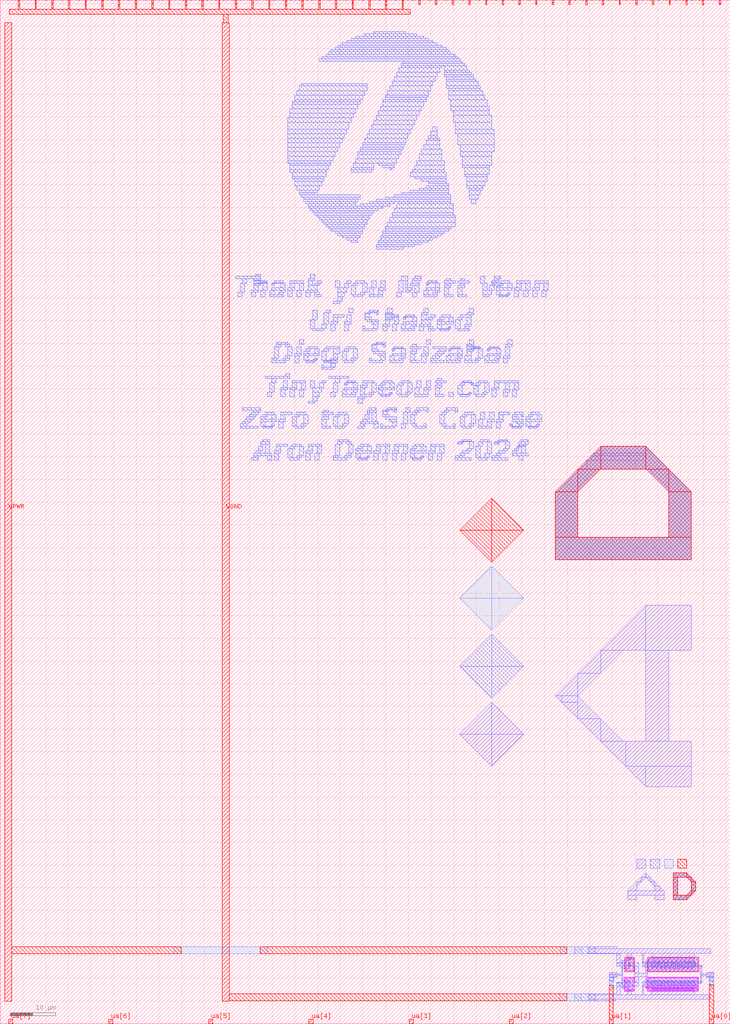
<source format=lef>
VERSION 5.7 ;
  NOWIREEXTENSIONATPIN ON ;
  DIVIDERCHAR "/" ;
  BUSBITCHARS "[]" ;
MACRO tt_um_adennen_inverter
  CLASS BLOCK ;
  FOREIGN tt_um_adennen_inverter ;
  ORIGIN 0.000 0.000 ;
  SIZE 161.000 BY 225.760 ;
  PIN clk
    DIRECTION INPUT ;
    USE SIGNAL ;
    PORT
      LAYER met4 ;
        RECT 154.870 224.760 155.170 225.760 ;
    END
  END clk
  PIN ena
    DIRECTION INPUT ;
    USE SIGNAL ;
    PORT
      LAYER met4 ;
        RECT 158.550 224.760 158.850 225.760 ;
    END
  END ena
  PIN rst_n
    DIRECTION INPUT ;
    USE SIGNAL ;
    PORT
      LAYER met4 ;
        RECT 151.190 224.760 151.490 225.760 ;
    END
  END rst_n
  PIN ua[0]
    DIRECTION INOUT ;
    USE SIGNAL ;
    ANTENNADIFFAREA 6.600000 ;
    PORT
      LAYER met4 ;
        RECT 156.410 0.000 157.310 1.000 ;
    END
  END ua[0]
  PIN ua[1]
    DIRECTION INOUT ;
    USE SIGNAL ;
    ANTENNAGATEAREA 0.300000 ;
    PORT
      LAYER met4 ;
        RECT 134.330 0.000 135.230 1.000 ;
    END
  END ua[1]
  PIN ua[2]
    DIRECTION INOUT ;
    USE SIGNAL ;
    PORT
      LAYER met4 ;
        RECT 112.250 0.000 113.150 1.000 ;
    END
  END ua[2]
  PIN ua[3]
    DIRECTION INOUT ;
    USE SIGNAL ;
    PORT
      LAYER met4 ;
        RECT 90.170 0.000 91.070 1.000 ;
    END
  END ua[3]
  PIN ua[4]
    DIRECTION INOUT ;
    USE SIGNAL ;
    PORT
      LAYER met4 ;
        RECT 68.090 0.000 68.990 1.000 ;
    END
  END ua[4]
  PIN ua[5]
    DIRECTION INOUT ;
    USE SIGNAL ;
    PORT
      LAYER met4 ;
        RECT 46.010 0.000 46.910 1.000 ;
    END
  END ua[5]
  PIN ua[6]
    DIRECTION INOUT ;
    USE SIGNAL ;
    PORT
      LAYER met4 ;
        RECT 23.930 0.000 24.830 1.000 ;
    END
  END ua[6]
  PIN ua[7]
    DIRECTION INOUT ;
    USE SIGNAL ;
    PORT
      LAYER met4 ;
        RECT 1.850 0.000 2.750 1.000 ;
    END
  END ua[7]
  PIN ui_in[0]
    DIRECTION INPUT ;
    USE SIGNAL ;
    PORT
      LAYER met4 ;
        RECT 147.510 224.760 147.810 225.760 ;
    END
  END ui_in[0]
  PIN ui_in[1]
    DIRECTION INPUT ;
    USE SIGNAL ;
    PORT
      LAYER met4 ;
        RECT 143.830 224.760 144.130 225.760 ;
    END
  END ui_in[1]
  PIN ui_in[2]
    DIRECTION INPUT ;
    USE SIGNAL ;
    PORT
      LAYER met4 ;
        RECT 140.150 224.760 140.450 225.760 ;
    END
  END ui_in[2]
  PIN ui_in[3]
    DIRECTION INPUT ;
    USE SIGNAL ;
    PORT
      LAYER met4 ;
        RECT 136.470 224.760 136.770 225.760 ;
    END
  END ui_in[3]
  PIN ui_in[4]
    DIRECTION INPUT ;
    USE SIGNAL ;
    PORT
      LAYER met4 ;
        RECT 132.790 224.760 133.090 225.760 ;
    END
  END ui_in[4]
  PIN ui_in[5]
    DIRECTION INPUT ;
    USE SIGNAL ;
    PORT
      LAYER met4 ;
        RECT 129.110 224.760 129.410 225.760 ;
    END
  END ui_in[5]
  PIN ui_in[6]
    DIRECTION INPUT ;
    USE SIGNAL ;
    PORT
      LAYER met4 ;
        RECT 125.430 224.760 125.730 225.760 ;
    END
  END ui_in[6]
  PIN ui_in[7]
    DIRECTION INPUT ;
    USE SIGNAL ;
    PORT
      LAYER met4 ;
        RECT 121.750 224.760 122.050 225.760 ;
    END
  END ui_in[7]
  PIN uio_in[0]
    DIRECTION INPUT ;
    USE SIGNAL ;
    PORT
      LAYER met4 ;
        RECT 118.070 224.760 118.370 225.760 ;
    END
  END uio_in[0]
  PIN uio_in[1]
    DIRECTION INPUT ;
    USE SIGNAL ;
    PORT
      LAYER met4 ;
        RECT 114.390 224.760 114.690 225.760 ;
    END
  END uio_in[1]
  PIN uio_in[2]
    DIRECTION INPUT ;
    USE SIGNAL ;
    PORT
      LAYER met4 ;
        RECT 110.710 224.760 111.010 225.760 ;
    END
  END uio_in[2]
  PIN uio_in[3]
    DIRECTION INPUT ;
    USE SIGNAL ;
    PORT
      LAYER met4 ;
        RECT 107.030 224.760 107.330 225.760 ;
    END
  END uio_in[3]
  PIN uio_in[4]
    DIRECTION INPUT ;
    USE SIGNAL ;
    PORT
      LAYER met4 ;
        RECT 103.350 224.760 103.650 225.760 ;
    END
  END uio_in[4]
  PIN uio_in[5]
    DIRECTION INPUT ;
    USE SIGNAL ;
    PORT
      LAYER met4 ;
        RECT 99.670 224.760 99.970 225.760 ;
    END
  END uio_in[5]
  PIN uio_in[6]
    DIRECTION INPUT ;
    USE SIGNAL ;
    PORT
      LAYER met4 ;
        RECT 95.990 224.760 96.290 225.760 ;
    END
  END uio_in[6]
  PIN uio_in[7]
    DIRECTION INPUT ;
    USE SIGNAL ;
    PORT
      LAYER met4 ;
        RECT 92.310 224.760 92.610 225.760 ;
    END
  END uio_in[7]
  PIN uio_oe[0]
    DIRECTION OUTPUT ;
    USE SIGNAL ;
    ANTENNADIFFAREA 9.816400 ;
    PORT
      LAYER met4 ;
        RECT 29.750 224.760 30.050 225.760 ;
    END
  END uio_oe[0]
  PIN uio_oe[1]
    DIRECTION OUTPUT ;
    USE SIGNAL ;
    ANTENNADIFFAREA 9.816400 ;
    PORT
      LAYER met4 ;
        RECT 26.070 224.760 26.370 225.760 ;
    END
  END uio_oe[1]
  PIN uio_oe[2]
    DIRECTION OUTPUT ;
    USE SIGNAL ;
    ANTENNADIFFAREA 9.816400 ;
    PORT
      LAYER met4 ;
        RECT 22.390 224.760 22.690 225.760 ;
    END
  END uio_oe[2]
  PIN uio_oe[3]
    DIRECTION OUTPUT ;
    USE SIGNAL ;
    ANTENNADIFFAREA 9.816400 ;
    PORT
      LAYER met4 ;
        RECT 18.710 224.760 19.010 225.760 ;
    END
  END uio_oe[3]
  PIN uio_oe[4]
    DIRECTION OUTPUT ;
    USE SIGNAL ;
    ANTENNADIFFAREA 9.816400 ;
    PORT
      LAYER met4 ;
        RECT 15.030 224.760 15.330 225.760 ;
    END
  END uio_oe[4]
  PIN uio_oe[5]
    DIRECTION OUTPUT ;
    USE SIGNAL ;
    ANTENNADIFFAREA 9.816400 ;
    PORT
      LAYER met4 ;
        RECT 11.350 224.760 11.650 225.760 ;
    END
  END uio_oe[5]
  PIN uio_oe[6]
    DIRECTION OUTPUT ;
    USE SIGNAL ;
    ANTENNADIFFAREA 9.816400 ;
    PORT
      LAYER met4 ;
        RECT 7.670 224.760 7.970 225.760 ;
    END
  END uio_oe[6]
  PIN uio_oe[7]
    DIRECTION OUTPUT ;
    USE SIGNAL ;
    ANTENNADIFFAREA 9.816400 ;
    PORT
      LAYER met4 ;
        RECT 3.990 224.760 4.290 225.760 ;
    END
  END uio_oe[7]
  PIN uio_out[0]
    DIRECTION OUTPUT ;
    USE SIGNAL ;
    ANTENNADIFFAREA 9.816400 ;
    PORT
      LAYER met4 ;
        RECT 59.190 224.760 59.490 225.760 ;
    END
  END uio_out[0]
  PIN uio_out[1]
    DIRECTION OUTPUT ;
    USE SIGNAL ;
    ANTENNADIFFAREA 9.816400 ;
    PORT
      LAYER met4 ;
        RECT 55.510 224.760 55.810 225.760 ;
    END
  END uio_out[1]
  PIN uio_out[2]
    DIRECTION OUTPUT ;
    USE SIGNAL ;
    ANTENNADIFFAREA 9.816400 ;
    PORT
      LAYER met4 ;
        RECT 51.830 224.760 52.130 225.760 ;
    END
  END uio_out[2]
  PIN uio_out[3]
    DIRECTION OUTPUT ;
    USE SIGNAL ;
    ANTENNADIFFAREA 9.816400 ;
    PORT
      LAYER met4 ;
        RECT 48.150 224.760 48.450 225.760 ;
    END
  END uio_out[3]
  PIN uio_out[4]
    DIRECTION OUTPUT ;
    USE SIGNAL ;
    ANTENNADIFFAREA 9.816400 ;
    PORT
      LAYER met4 ;
        RECT 44.470 224.760 44.770 225.760 ;
    END
  END uio_out[4]
  PIN uio_out[5]
    DIRECTION OUTPUT ;
    USE SIGNAL ;
    ANTENNADIFFAREA 9.816400 ;
    PORT
      LAYER met4 ;
        RECT 40.790 224.760 41.090 225.760 ;
    END
  END uio_out[5]
  PIN uio_out[6]
    DIRECTION OUTPUT ;
    USE SIGNAL ;
    ANTENNADIFFAREA 9.816400 ;
    PORT
      LAYER met4 ;
        RECT 37.110 224.760 37.410 225.760 ;
    END
  END uio_out[6]
  PIN uio_out[7]
    DIRECTION OUTPUT ;
    USE SIGNAL ;
    ANTENNADIFFAREA 9.816400 ;
    PORT
      LAYER met4 ;
        RECT 33.430 224.760 33.730 225.760 ;
    END
  END uio_out[7]
  PIN uo_out[0]
    DIRECTION OUTPUT ;
    USE SIGNAL ;
    ANTENNADIFFAREA 9.816400 ;
    PORT
      LAYER met4 ;
        RECT 88.630 224.760 88.930 225.760 ;
    END
  END uo_out[0]
  PIN uo_out[1]
    DIRECTION OUTPUT ;
    USE SIGNAL ;
    ANTENNADIFFAREA 9.816400 ;
    PORT
      LAYER met4 ;
        RECT 84.950 224.760 85.250 225.760 ;
    END
  END uo_out[1]
  PIN uo_out[2]
    DIRECTION OUTPUT ;
    USE SIGNAL ;
    ANTENNADIFFAREA 9.816400 ;
    PORT
      LAYER met4 ;
        RECT 81.270 224.760 81.570 225.760 ;
    END
  END uo_out[2]
  PIN uo_out[3]
    DIRECTION OUTPUT ;
    USE SIGNAL ;
    ANTENNADIFFAREA 9.816400 ;
    PORT
      LAYER met4 ;
        RECT 77.590 224.760 77.890 225.760 ;
    END
  END uo_out[3]
  PIN uo_out[4]
    DIRECTION OUTPUT ;
    USE SIGNAL ;
    ANTENNADIFFAREA 9.816400 ;
    PORT
      LAYER met4 ;
        RECT 73.910 224.760 74.210 225.760 ;
    END
  END uo_out[4]
  PIN uo_out[5]
    DIRECTION OUTPUT ;
    USE SIGNAL ;
    ANTENNADIFFAREA 9.816400 ;
    PORT
      LAYER met4 ;
        RECT 70.230 224.760 70.530 225.760 ;
    END
  END uo_out[5]
  PIN uo_out[6]
    DIRECTION OUTPUT ;
    USE SIGNAL ;
    ANTENNADIFFAREA 9.816400 ;
    PORT
      LAYER met4 ;
        RECT 66.550 224.760 66.850 225.760 ;
    END
  END uo_out[6]
  PIN uo_out[7]
    DIRECTION OUTPUT ;
    USE SIGNAL ;
    ANTENNADIFFAREA 9.816400 ;
    PORT
      LAYER met4 ;
        RECT 62.870 224.760 63.170 225.760 ;
    END
  END uo_out[7]
  PIN VPWR
    DIRECTION INOUT ;
    USE POWER ;
    PORT
      LAYER met4 ;
        RECT 1.000 5.000 2.500 220.760 ;
    END
  END VPWR
  PIN VGND
    DIRECTION INOUT ;
    USE GROUND ;
    PORT
      LAYER met4 ;
        RECT 49.000 5.000 50.500 220.760 ;
    END
  END VGND
  OBS
      LAYER nwell ;
        RECT 137.740 11.465 139.850 14.655 ;
        RECT 142.790 11.435 154.060 14.625 ;
      LAYER pwell ;
        RECT 137.670 7.165 139.780 10.265 ;
        RECT 142.690 8.065 153.960 10.300 ;
        RECT 142.430 7.825 153.960 8.065 ;
        RECT 142.690 7.200 153.960 7.825 ;
      LAYER li1 ;
        RECT 138.460 14.475 139.135 14.520 ;
        RECT 137.920 14.305 139.670 14.475 ;
        RECT 143.825 14.445 152.985 14.595 ;
        RECT 137.920 11.815 138.090 14.305 ;
        RECT 138.460 14.245 139.135 14.305 ;
        RECT 138.630 13.795 138.960 13.965 ;
        RECT 138.490 12.540 138.660 13.580 ;
        RECT 138.930 12.540 139.100 13.580 ;
        RECT 138.630 12.155 138.960 12.325 ;
        RECT 139.500 11.815 139.670 14.305 ;
        RECT 137.920 11.645 139.670 11.815 ;
        RECT 142.970 14.275 153.880 14.445 ;
        RECT 142.970 11.785 143.140 14.275 ;
        RECT 143.825 14.245 152.985 14.275 ;
        RECT 144.180 13.765 144.510 13.935 ;
        RECT 145.140 13.765 145.470 13.935 ;
        RECT 146.100 13.765 146.430 13.935 ;
        RECT 147.060 13.765 147.390 13.935 ;
        RECT 148.020 13.765 148.350 13.935 ;
        RECT 148.980 13.765 149.310 13.935 ;
        RECT 149.940 13.765 150.270 13.935 ;
        RECT 150.900 13.765 151.230 13.935 ;
        RECT 151.860 13.765 152.190 13.935 ;
        RECT 152.820 13.765 153.150 13.935 ;
        RECT 143.540 12.510 143.710 13.550 ;
        RECT 144.020 12.510 144.190 13.550 ;
        RECT 144.500 12.510 144.670 13.550 ;
        RECT 144.980 12.510 145.150 13.550 ;
        RECT 145.460 12.510 145.630 13.550 ;
        RECT 145.940 12.510 146.110 13.550 ;
        RECT 146.420 12.510 146.590 13.550 ;
        RECT 146.900 12.510 147.070 13.550 ;
        RECT 147.380 12.510 147.550 13.550 ;
        RECT 147.860 12.510 148.030 13.550 ;
        RECT 148.340 12.510 148.510 13.550 ;
        RECT 148.820 12.510 148.990 13.550 ;
        RECT 149.300 12.510 149.470 13.550 ;
        RECT 149.780 12.510 149.950 13.550 ;
        RECT 150.260 12.510 150.430 13.550 ;
        RECT 150.740 12.510 150.910 13.550 ;
        RECT 151.220 12.510 151.390 13.550 ;
        RECT 151.700 12.510 151.870 13.550 ;
        RECT 152.180 12.510 152.350 13.550 ;
        RECT 152.660 12.510 152.830 13.550 ;
        RECT 153.140 12.510 153.310 13.550 ;
        RECT 143.700 12.125 144.030 12.295 ;
        RECT 144.660 12.125 144.990 12.295 ;
        RECT 145.620 12.125 145.950 12.295 ;
        RECT 146.580 12.125 146.910 12.295 ;
        RECT 147.540 12.125 147.870 12.295 ;
        RECT 148.500 12.125 148.830 12.295 ;
        RECT 149.460 12.125 149.790 12.295 ;
        RECT 150.420 12.125 150.750 12.295 ;
        RECT 151.380 12.125 151.710 12.295 ;
        RECT 152.340 12.125 152.670 12.295 ;
        RECT 153.710 11.785 153.880 14.275 ;
        RECT 142.970 11.615 153.880 11.785 ;
        RECT 137.850 9.915 139.600 10.085 ;
        RECT 137.850 7.515 138.020 9.915 ;
        RECT 138.560 9.405 138.890 9.575 ;
        RECT 138.420 8.195 138.590 9.235 ;
        RECT 138.860 8.195 139.030 9.235 ;
        RECT 138.560 7.855 138.890 8.025 ;
        RECT 138.405 7.515 139.080 7.580 ;
        RECT 139.430 7.515 139.600 9.915 ;
        RECT 137.850 7.345 139.600 7.515 ;
        RECT 142.870 9.950 153.780 10.120 ;
        RECT 142.870 7.550 143.040 9.950 ;
        RECT 144.080 9.440 144.410 9.610 ;
        RECT 145.040 9.440 145.370 9.610 ;
        RECT 146.000 9.440 146.330 9.610 ;
        RECT 146.960 9.440 147.290 9.610 ;
        RECT 147.920 9.440 148.250 9.610 ;
        RECT 148.880 9.440 149.210 9.610 ;
        RECT 149.840 9.440 150.170 9.610 ;
        RECT 150.800 9.440 151.130 9.610 ;
        RECT 151.760 9.440 152.090 9.610 ;
        RECT 152.720 9.440 153.050 9.610 ;
        RECT 143.440 8.230 143.610 9.270 ;
        RECT 143.920 8.230 144.090 9.270 ;
        RECT 144.400 8.230 144.570 9.270 ;
        RECT 144.880 8.230 145.050 9.270 ;
        RECT 145.360 8.230 145.530 9.270 ;
        RECT 145.840 8.230 146.010 9.270 ;
        RECT 146.320 8.230 146.490 9.270 ;
        RECT 146.800 8.230 146.970 9.270 ;
        RECT 147.280 8.230 147.450 9.270 ;
        RECT 147.760 8.230 147.930 9.270 ;
        RECT 148.240 8.230 148.410 9.270 ;
        RECT 148.720 8.230 148.890 9.270 ;
        RECT 149.200 8.230 149.370 9.270 ;
        RECT 149.680 8.230 149.850 9.270 ;
        RECT 150.160 8.230 150.330 9.270 ;
        RECT 150.640 8.230 150.810 9.270 ;
        RECT 151.120 8.230 151.290 9.270 ;
        RECT 151.600 8.230 151.770 9.270 ;
        RECT 152.080 8.230 152.250 9.270 ;
        RECT 152.560 8.230 152.730 9.270 ;
        RECT 153.040 8.230 153.210 9.270 ;
        RECT 143.600 7.890 143.930 8.060 ;
        RECT 144.560 7.890 144.890 8.060 ;
        RECT 145.520 7.890 145.850 8.060 ;
        RECT 146.480 7.890 146.810 8.060 ;
        RECT 147.440 7.890 147.770 8.060 ;
        RECT 148.400 7.890 148.730 8.060 ;
        RECT 149.360 7.890 149.690 8.060 ;
        RECT 150.320 7.890 150.650 8.060 ;
        RECT 151.280 7.890 151.610 8.060 ;
        RECT 152.240 7.890 152.570 8.060 ;
        RECT 143.840 7.550 153.000 7.605 ;
        RECT 153.610 7.550 153.780 9.950 ;
        RECT 142.870 7.380 153.780 7.550 ;
        RECT 138.405 7.305 139.080 7.345 ;
        RECT 143.840 7.255 153.000 7.380 ;
      LAYER met1 ;
        POLYGON 132.400 127.320 132.400 122.320 127.400 122.320 ;
        RECT 132.400 122.320 142.400 127.320 ;
        POLYGON 142.400 127.320 147.400 122.320 142.400 122.320 ;
        POLYGON 127.400 122.320 127.400 117.320 122.400 117.320 ;
        POLYGON 127.400 122.320 132.400 122.320 127.400 117.320 ;
        POLYGON 142.400 122.320 147.400 122.320 147.400 117.320 ;
        POLYGON 147.400 122.320 152.400 117.320 147.400 117.320 ;
        RECT 122.400 107.320 127.400 117.320 ;
        RECT 147.400 107.320 152.400 117.320 ;
        RECT 122.400 102.320 152.400 107.320 ;
        POLYGON 142.400 92.320 142.400 82.320 132.400 82.320 ;
        RECT 142.400 82.320 152.400 92.320 ;
        POLYGON 132.400 82.320 132.400 77.320 127.400 77.320 ;
        POLYGON 132.400 82.320 137.400 82.320 132.400 77.320 ;
        POLYGON 127.400 77.320 127.400 72.320 122.400 72.320 ;
        POLYGON 127.400 77.320 132.400 77.320 127.400 72.320 ;
        POLYGON 122.400 72.320 123.830 72.320 123.830 70.890 ;
        RECT 123.830 70.890 127.400 72.320 ;
        POLYGON 108.400 70.890 108.400 63.820 101.330 63.820 ;
        POLYGON 108.400 70.890 115.470 63.820 108.400 63.820 ;
        POLYGON 123.830 70.890 127.400 70.890 127.400 67.320 ;
        POLYGON 127.400 72.320 132.400 67.320 127.400 67.320 ;
        POLYGON 101.330 63.820 108.400 63.820 108.400 56.750 ;
        POLYGON 108.400 63.820 115.470 63.820 108.400 56.750 ;
        POLYGON 127.400 67.320 132.400 67.320 132.400 62.320 ;
        POLYGON 132.400 67.320 137.400 62.320 132.400 62.320 ;
        RECT 142.400 62.320 147.400 82.320 ;
        POLYGON 132.400 62.320 137.970 62.320 137.970 56.750 ;
        RECT 137.970 56.750 152.400 62.320 ;
        POLYGON 137.970 56.750 142.400 56.750 142.400 52.320 ;
        RECT 142.400 52.320 152.400 56.750 ;
        RECT 140.400 34.320 142.400 36.320 ;
        POLYGON 142.400 33.320 142.400 32.320 141.400 32.320 ;
        POLYGON 142.400 33.320 143.400 32.320 142.400 32.320 ;
        RECT 148.400 32.320 151.400 33.320 ;
        POLYGON 151.400 33.320 152.400 32.320 151.400 32.320 ;
        POLYGON 141.400 32.320 141.400 31.320 140.400 31.320 ;
        POLYGON 141.400 32.320 142.400 32.320 141.400 31.320 ;
        POLYGON 142.400 32.320 143.400 32.320 143.400 31.320 ;
        POLYGON 143.400 32.320 144.400 31.320 143.400 31.320 ;
        POLYGON 140.400 31.320 140.400 29.320 138.400 29.320 ;
        POLYGON 140.400 31.320 141.400 31.320 140.400 30.320 ;
        POLYGON 143.400 31.320 144.400 31.320 144.400 30.320 ;
        POLYGON 144.400 31.320 145.400 30.320 144.400 30.320 ;
        RECT 144.400 29.320 145.400 30.320 ;
        POLYGON 145.400 30.320 146.400 29.320 145.400 29.320 ;
        RECT 138.400 28.320 146.400 29.320 ;
        RECT 138.400 27.320 140.400 28.320 ;
        RECT 144.400 27.320 146.400 28.320 ;
        RECT 148.400 28.320 149.400 32.320 ;
        POLYGON 151.400 32.320 152.400 32.320 152.400 31.320 ;
        POLYGON 152.400 32.320 153.400 31.320 152.400 31.320 ;
        RECT 152.400 29.320 153.400 31.320 ;
        POLYGON 152.400 29.320 152.400 28.320 151.400 28.320 ;
        POLYGON 152.400 29.320 153.400 29.320 152.400 28.320 ;
        RECT 148.400 27.320 151.400 28.320 ;
        POLYGON 151.400 28.320 152.400 28.320 151.400 27.320 ;
        RECT 129.700 16.960 131.200 16.990 ;
        RECT 129.700 16.550 135.990 16.960 ;
        RECT 129.700 15.550 156.660 16.550 ;
        RECT 129.700 15.460 136.745 15.550 ;
        RECT 129.700 15.430 131.200 15.460 ;
        RECT 135.975 12.665 136.745 15.460 ;
        RECT 138.295 14.160 139.295 15.550 ;
        RECT 137.095 13.985 137.315 14.000 ;
        RECT 138.650 13.985 138.940 13.995 ;
        RECT 137.095 13.765 138.980 13.985 ;
        RECT 137.095 12.350 137.315 13.765 ;
        RECT 141.580 13.595 141.920 15.550 ;
        RECT 143.645 14.175 153.155 15.550 ;
        RECT 142.400 13.725 153.210 13.965 ;
        RECT 138.460 13.465 138.690 13.560 ;
        RECT 138.900 13.475 139.130 13.560 ;
        RECT 137.660 12.695 138.700 13.465 ;
        RECT 138.460 12.560 138.690 12.695 ;
        RECT 138.870 12.665 140.775 13.475 ;
        RECT 141.550 13.255 141.950 13.595 ;
        RECT 138.900 12.560 139.130 12.665 ;
        RECT 138.650 12.350 138.940 12.355 ;
        RECT 137.095 12.130 138.970 12.350 ;
        RECT 134.330 11.280 135.230 11.290 ;
        RECT 134.330 10.885 136.070 11.280 ;
        RECT 137.095 10.885 137.315 12.130 ;
        RECT 138.650 12.125 138.940 12.130 ;
        RECT 134.330 10.665 137.315 10.885 ;
        RECT 134.330 10.340 136.070 10.665 ;
        RECT 134.300 10.280 136.070 10.340 ;
        RECT 134.300 9.440 135.260 10.280 ;
        RECT 137.095 9.590 137.315 10.665 ;
        RECT 139.965 11.180 140.775 12.665 ;
        RECT 142.400 12.305 142.640 13.725 ;
        RECT 143.420 13.285 143.820 13.575 ;
        RECT 143.510 12.530 143.740 13.285 ;
        RECT 143.990 12.855 144.220 13.530 ;
        RECT 144.390 13.275 144.790 13.565 ;
        RECT 143.900 12.565 144.300 12.855 ;
        RECT 143.990 12.530 144.220 12.565 ;
        RECT 144.470 12.530 144.700 13.275 ;
        RECT 144.950 12.865 145.180 13.530 ;
        RECT 145.360 13.275 145.760 13.565 ;
        RECT 144.860 12.575 145.260 12.865 ;
        RECT 144.950 12.530 145.180 12.575 ;
        RECT 145.430 12.530 145.660 13.275 ;
        RECT 145.910 12.855 146.140 13.530 ;
        RECT 146.310 13.275 146.710 13.565 ;
        RECT 145.820 12.565 146.220 12.855 ;
        RECT 145.910 12.530 146.140 12.565 ;
        RECT 146.390 12.530 146.620 13.275 ;
        RECT 146.870 12.855 147.100 13.530 ;
        RECT 147.260 13.275 147.660 13.565 ;
        RECT 146.780 12.565 147.180 12.855 ;
        RECT 146.870 12.530 147.100 12.565 ;
        RECT 147.350 12.530 147.580 13.275 ;
        RECT 147.830 12.855 148.060 13.530 ;
        RECT 148.220 13.275 148.620 13.565 ;
        RECT 147.740 12.565 148.140 12.855 ;
        RECT 147.830 12.530 148.060 12.565 ;
        RECT 148.310 12.530 148.540 13.275 ;
        RECT 148.790 12.865 149.020 13.530 ;
        RECT 149.190 13.285 149.590 13.575 ;
        RECT 148.690 12.575 149.090 12.865 ;
        RECT 148.790 12.530 149.020 12.575 ;
        RECT 149.270 12.530 149.500 13.285 ;
        RECT 149.750 12.855 149.980 13.530 ;
        RECT 150.140 13.275 150.540 13.565 ;
        RECT 149.660 12.565 150.060 12.855 ;
        RECT 149.750 12.530 149.980 12.565 ;
        RECT 150.230 12.530 150.460 13.275 ;
        RECT 150.710 12.855 150.940 13.530 ;
        RECT 151.110 13.285 151.510 13.575 ;
        RECT 150.620 12.565 151.020 12.855 ;
        RECT 150.710 12.530 150.940 12.565 ;
        RECT 151.190 12.530 151.420 13.285 ;
        RECT 151.670 12.855 151.900 13.530 ;
        RECT 152.060 13.285 152.460 13.575 ;
        RECT 151.570 12.565 151.970 12.855 ;
        RECT 151.670 12.530 151.900 12.565 ;
        RECT 152.150 12.530 152.380 13.285 ;
        RECT 152.630 12.855 152.860 13.530 ;
        RECT 153.030 13.275 153.430 13.565 ;
        RECT 152.540 12.565 152.940 12.855 ;
        RECT 152.630 12.530 152.860 12.565 ;
        RECT 153.110 12.530 153.340 13.275 ;
        RECT 154.380 12.555 154.780 12.895 ;
        RECT 143.720 12.305 144.010 12.325 ;
        RECT 144.680 12.305 144.970 12.325 ;
        RECT 145.640 12.305 145.930 12.325 ;
        RECT 146.600 12.305 146.890 12.325 ;
        RECT 147.560 12.305 147.850 12.325 ;
        RECT 148.520 12.305 148.810 12.325 ;
        RECT 149.480 12.305 149.770 12.325 ;
        RECT 150.440 12.305 150.730 12.325 ;
        RECT 151.400 12.305 151.690 12.325 ;
        RECT 152.360 12.305 152.650 12.325 ;
        RECT 142.400 12.065 153.230 12.305 ;
        RECT 142.400 11.180 142.640 12.065 ;
        RECT 139.965 10.370 142.640 11.180 ;
        RECT 154.410 10.955 154.750 12.555 ;
        RECT 156.410 11.280 157.310 11.330 ;
        RECT 155.655 10.955 157.310 11.280 ;
        RECT 154.410 10.875 157.310 10.955 ;
        RECT 138.580 9.590 138.870 9.605 ;
        RECT 137.095 9.370 138.905 9.590 ;
        RECT 129.690 6.610 131.190 6.640 ;
        RECT 129.690 6.400 135.660 6.610 ;
        RECT 135.955 6.400 136.745 9.125 ;
        RECT 137.095 8.050 137.315 9.370 ;
        RECT 138.390 9.095 138.620 9.215 ;
        RECT 138.830 9.110 139.060 9.215 ;
        RECT 139.965 9.110 140.775 10.370 ;
        RECT 137.590 8.305 138.630 9.095 ;
        RECT 138.390 8.215 138.620 8.305 ;
        RECT 138.825 8.300 140.775 9.110 ;
        RECT 142.400 9.635 142.640 10.370 ;
        RECT 154.380 10.615 157.310 10.875 ;
        RECT 154.380 10.605 154.750 10.615 ;
        RECT 144.100 9.635 144.390 9.640 ;
        RECT 145.060 9.635 145.350 9.640 ;
        RECT 146.020 9.635 146.310 9.640 ;
        RECT 146.980 9.635 147.270 9.640 ;
        RECT 147.940 9.635 148.230 9.640 ;
        RECT 148.900 9.635 149.190 9.640 ;
        RECT 149.860 9.635 150.150 9.640 ;
        RECT 150.820 9.635 151.110 9.640 ;
        RECT 151.780 9.635 152.070 9.640 ;
        RECT 152.740 9.635 153.030 9.640 ;
        RECT 142.400 9.395 153.240 9.635 ;
        RECT 138.830 8.215 139.060 8.300 ;
        RECT 141.550 8.265 141.950 8.605 ;
        RECT 138.580 8.050 138.870 8.055 ;
        RECT 137.095 7.830 138.870 8.050 ;
        RECT 138.580 7.825 138.870 7.830 ;
        RECT 138.235 6.400 139.235 7.645 ;
        RECT 141.580 6.400 141.920 8.265 ;
        RECT 142.400 8.065 142.640 9.395 ;
        RECT 154.380 9.275 154.720 10.605 ;
        RECT 155.655 10.370 157.310 10.615 ;
        RECT 155.655 10.280 157.340 10.370 ;
        RECT 156.380 9.470 157.340 10.280 ;
        RECT 143.410 8.575 143.640 9.250 ;
        RECT 143.890 9.245 144.120 9.250 ;
        RECT 143.810 8.955 144.210 9.245 ;
        RECT 143.320 8.285 143.720 8.575 ;
        RECT 143.410 8.250 143.640 8.285 ;
        RECT 143.890 8.250 144.120 8.955 ;
        RECT 144.370 8.575 144.600 9.250 ;
        RECT 144.850 9.245 145.080 9.250 ;
        RECT 144.760 8.955 145.160 9.245 ;
        RECT 144.280 8.285 144.680 8.575 ;
        RECT 144.370 8.250 144.600 8.285 ;
        RECT 144.850 8.250 145.080 8.955 ;
        RECT 145.330 8.575 145.560 9.250 ;
        RECT 145.810 9.245 146.040 9.250 ;
        RECT 145.730 8.955 146.130 9.245 ;
        RECT 145.250 8.285 145.650 8.575 ;
        RECT 145.330 8.250 145.560 8.285 ;
        RECT 145.810 8.250 146.040 8.955 ;
        RECT 146.290 8.565 146.520 9.250 ;
        RECT 146.680 8.965 147.080 9.255 ;
        RECT 146.200 8.275 146.600 8.565 ;
        RECT 146.290 8.250 146.520 8.275 ;
        RECT 146.770 8.250 147.000 8.965 ;
        RECT 147.250 8.575 147.480 9.250 ;
        RECT 147.650 8.965 148.050 9.255 ;
        RECT 147.170 8.285 147.570 8.575 ;
        RECT 147.250 8.250 147.480 8.285 ;
        RECT 147.730 8.250 147.960 8.965 ;
        RECT 148.210 8.575 148.440 9.250 ;
        RECT 148.610 8.965 149.010 9.255 ;
        RECT 148.120 8.285 148.520 8.575 ;
        RECT 148.210 8.250 148.440 8.285 ;
        RECT 148.690 8.250 148.920 8.965 ;
        RECT 149.170 8.575 149.400 9.250 ;
        RECT 149.650 9.245 149.880 9.250 ;
        RECT 149.570 8.955 149.970 9.245 ;
        RECT 149.080 8.285 149.480 8.575 ;
        RECT 149.170 8.250 149.400 8.285 ;
        RECT 149.650 8.250 149.880 8.955 ;
        RECT 150.130 8.575 150.360 9.250 ;
        RECT 150.610 9.245 150.840 9.250 ;
        RECT 150.530 8.955 150.930 9.245 ;
        RECT 150.050 8.285 150.450 8.575 ;
        RECT 150.130 8.250 150.360 8.285 ;
        RECT 150.610 8.250 150.840 8.955 ;
        RECT 151.090 8.575 151.320 9.250 ;
        RECT 151.570 9.245 151.800 9.250 ;
        RECT 151.490 8.955 151.890 9.245 ;
        RECT 151.000 8.285 151.400 8.575 ;
        RECT 151.090 8.250 151.320 8.285 ;
        RECT 151.570 8.250 151.800 8.955 ;
        RECT 152.050 8.585 152.280 9.250 ;
        RECT 152.530 9.235 152.760 9.250 ;
        RECT 152.450 8.945 152.850 9.235 ;
        RECT 151.980 8.295 152.380 8.585 ;
        RECT 152.050 8.250 152.280 8.295 ;
        RECT 152.530 8.250 152.760 8.945 ;
        RECT 153.010 8.575 153.240 9.250 ;
        RECT 154.350 8.935 154.750 9.275 ;
        RECT 152.930 8.285 153.330 8.575 ;
        RECT 153.010 8.250 153.240 8.285 ;
        RECT 143.620 8.065 143.910 8.090 ;
        RECT 144.580 8.065 144.870 8.090 ;
        RECT 145.540 8.065 145.830 8.090 ;
        RECT 146.500 8.065 146.790 8.090 ;
        RECT 147.460 8.065 147.750 8.090 ;
        RECT 148.420 8.065 148.710 8.090 ;
        RECT 149.380 8.065 149.670 8.090 ;
        RECT 150.340 8.065 150.630 8.090 ;
        RECT 151.300 8.065 151.590 8.090 ;
        RECT 152.260 8.065 152.550 8.090 ;
        RECT 142.400 7.825 153.240 8.065 ;
        RECT 143.575 6.400 153.210 7.675 ;
        RECT 129.690 5.400 156.630 6.400 ;
        RECT 129.690 5.110 135.660 5.400 ;
        RECT 129.690 5.080 131.190 5.110 ;
      LAYER met2 ;
        RECT 82.400 218.320 89.400 218.820 ;
        RECT 80.400 217.820 91.900 218.320 ;
        RECT 78.400 217.320 93.400 217.820 ;
        RECT 77.400 216.820 94.400 217.320 ;
        RECT 76.400 216.320 95.400 216.820 ;
        RECT 75.400 215.820 96.400 216.320 ;
        RECT 74.400 215.320 97.400 215.820 ;
        RECT 73.900 214.820 98.400 215.320 ;
        RECT 72.900 214.320 98.900 214.820 ;
        RECT 72.400 213.820 99.400 214.320 ;
        RECT 71.900 213.320 100.400 213.820 ;
        RECT 70.900 212.820 100.900 213.320 ;
        RECT 70.400 212.320 101.400 212.820 ;
        RECT 88.900 211.820 101.900 212.320 ;
        RECT 88.400 211.320 102.400 211.820 ;
        RECT 88.400 210.820 97.400 211.320 ;
        RECT 87.900 209.820 96.900 210.820 ;
        RECT 97.900 210.320 102.900 211.320 ;
        RECT 97.900 209.820 103.400 210.320 ;
        RECT 87.400 208.820 96.400 209.820 ;
        RECT 97.900 209.320 103.900 209.820 ;
        RECT 97.900 208.820 104.400 209.320 ;
        RECT 86.900 207.820 95.900 208.820 ;
        RECT 98.400 208.320 104.400 208.820 ;
        RECT 98.400 207.820 104.900 208.320 ;
        RECT 66.400 206.820 80.900 207.320 ;
        RECT 86.400 206.820 95.400 207.820 ;
        RECT 98.400 206.820 105.400 207.820 ;
        RECT 65.900 205.820 80.900 206.820 ;
        RECT 85.900 205.820 94.900 206.820 ;
        RECT 98.400 206.320 105.900 206.820 ;
        RECT 98.900 205.820 105.900 206.320 ;
        RECT 65.400 204.820 80.400 205.820 ;
        RECT 85.400 204.820 94.400 205.820 ;
        RECT 64.900 203.820 79.900 204.820 ;
        RECT 84.900 204.320 94.400 204.820 ;
        RECT 98.900 204.820 106.400 205.820 ;
        RECT 84.900 203.820 93.900 204.320 ;
        RECT 98.900 203.820 106.900 204.820 ;
        RECT 64.900 203.320 79.400 203.820 ;
        RECT 64.400 202.820 79.400 203.320 ;
        RECT 84.400 203.320 93.900 203.820 ;
        RECT 64.400 201.820 78.900 202.820 ;
        RECT 84.400 202.320 93.400 203.320 ;
        RECT 99.400 202.320 107.400 203.820 ;
        RECT 63.900 200.820 78.400 201.820 ;
        RECT 83.900 201.320 92.900 202.320 ;
        RECT 99.400 201.320 107.900 202.320 ;
        RECT 63.900 199.820 77.900 200.820 ;
        RECT 83.400 200.320 92.400 201.320 ;
        RECT 99.900 200.320 107.900 201.320 ;
        RECT 63.400 198.820 77.400 199.820 ;
        RECT 82.900 199.320 91.900 200.320 ;
        RECT 63.400 197.320 76.900 198.820 ;
        RECT 82.400 198.320 91.400 199.320 ;
        RECT 99.900 198.820 108.400 200.320 ;
        RECT 81.900 197.320 90.900 198.320 ;
        RECT 63.400 196.320 76.400 197.320 ;
        RECT 81.400 196.320 90.400 197.320 ;
        RECT 95.400 196.820 96.400 197.820 ;
        RECT 63.400 195.320 75.900 196.320 ;
        RECT 80.900 195.320 89.900 196.320 ;
        RECT 94.900 195.820 96.400 196.820 ;
        RECT 100.400 197.320 108.400 198.820 ;
        RECT 100.400 196.320 108.900 197.320 ;
        RECT 94.400 195.320 96.400 195.820 ;
        RECT 63.400 194.320 75.400 195.320 ;
        RECT 80.400 194.320 89.400 195.320 ;
        RECT 94.400 194.820 96.900 195.320 ;
        RECT 63.400 193.320 74.900 194.320 ;
        RECT 79.900 193.820 89.400 194.320 ;
        RECT 93.900 193.820 96.900 194.820 ;
        RECT 100.900 193.820 108.900 196.320 ;
        RECT 79.900 193.320 88.900 193.820 ;
        RECT 63.400 192.320 74.400 193.320 ;
        RECT 79.400 192.820 88.900 193.320 ;
        RECT 93.400 192.820 96.900 193.820 ;
        RECT 79.400 192.320 88.400 192.820 ;
        RECT 63.400 191.320 73.900 192.320 ;
        RECT 78.900 191.820 88.400 192.320 ;
        RECT 92.900 191.820 97.400 192.820 ;
        RECT 63.400 190.320 73.400 191.320 ;
        RECT 78.900 190.820 87.900 191.820 ;
        RECT 63.400 189.820 72.900 190.320 ;
        RECT 78.400 189.820 87.400 190.820 ;
        RECT 92.400 190.320 97.400 191.820 ;
        RECT 101.400 192.320 108.900 193.820 ;
        RECT 101.400 191.320 108.400 192.320 ;
        RECT 63.900 189.320 72.900 189.820 ;
        RECT 63.900 188.320 72.400 189.320 ;
        RECT 77.900 188.820 82.400 189.820 ;
        RECT 83.400 189.320 86.900 189.820 ;
        RECT 91.900 189.320 97.900 190.320 ;
        RECT 84.400 188.820 86.900 189.320 ;
        RECT 77.400 188.320 82.400 188.820 ;
        RECT 85.900 188.320 86.400 188.820 ;
        RECT 91.400 188.320 97.900 189.320 ;
        RECT 101.900 189.320 108.400 191.320 ;
        RECT 101.900 188.820 107.900 189.320 ;
        RECT 63.900 187.820 71.900 188.320 ;
        RECT 77.400 187.820 81.900 188.320 ;
        RECT 90.900 187.820 97.900 188.320 ;
        RECT 64.400 186.820 71.900 187.820 ;
        RECT 90.400 186.820 98.400 187.820 ;
        RECT 102.400 187.320 107.900 188.820 ;
        RECT 102.400 186.820 107.400 187.320 ;
        RECT 64.400 186.320 71.400 186.820 ;
        RECT 91.400 186.320 98.400 186.820 ;
        RECT 64.900 185.820 71.400 186.320 ;
        RECT 92.900 185.820 98.400 186.320 ;
        RECT 64.900 184.820 70.900 185.820 ;
        RECT 94.400 185.320 98.400 185.820 ;
        RECT 102.900 185.820 107.400 186.820 ;
        RECT 95.900 184.820 98.900 185.320 ;
        RECT 65.400 183.820 70.400 184.820 ;
        RECT 93.900 184.320 98.900 184.820 ;
        RECT 102.900 184.820 106.900 185.820 ;
        RECT 102.900 184.320 106.400 184.820 ;
        RECT 92.400 183.820 98.900 184.320 ;
        RECT 65.900 183.320 69.900 183.820 ;
        RECT 90.400 183.320 98.900 183.820 ;
        RECT 65.900 182.820 69.400 183.320 ;
        RECT 88.400 182.820 98.900 183.320 ;
        RECT 103.400 183.820 106.400 184.320 ;
        RECT 103.400 182.820 105.900 183.820 ;
        RECT 66.400 182.320 79.400 182.820 ;
        RECT 86.900 182.320 99.400 182.820 ;
        RECT 66.900 181.820 79.400 182.320 ;
        RECT 84.900 181.820 99.400 182.320 ;
        RECT 103.400 181.820 105.400 182.820 ;
        RECT 66.900 181.320 78.900 181.820 ;
        RECT 82.900 181.320 99.400 181.820 ;
        RECT 67.400 180.820 78.400 181.320 ;
        RECT 81.400 180.820 86.900 181.320 ;
        RECT 87.900 180.820 99.400 181.320 ;
        RECT 103.900 180.820 104.900 181.820 ;
        RECT 67.900 180.320 78.400 180.820 ;
        RECT 79.400 180.320 85.900 180.820 ;
        RECT 67.900 179.820 84.400 180.320 ;
        RECT 87.400 179.820 99.900 180.820 ;
        RECT 68.400 179.320 83.400 179.820 ;
        RECT 68.900 178.820 82.400 179.320 ;
        RECT 86.900 178.820 99.900 179.820 ;
        RECT 69.400 178.320 81.900 178.820 ;
        RECT 86.400 178.320 99.900 178.820 ;
        RECT 69.900 177.820 81.400 178.320 ;
        RECT 86.400 177.820 100.400 178.320 ;
        RECT 70.400 177.320 81.400 177.820 ;
        RECT 70.900 176.820 80.900 177.320 ;
        RECT 85.900 176.820 100.400 177.820 ;
        RECT 71.400 176.320 80.900 176.820 ;
        RECT 71.900 175.820 80.400 176.320 ;
        RECT 85.400 175.820 100.400 176.820 ;
        RECT 72.400 175.320 80.400 175.820 ;
        RECT 84.900 175.320 99.400 175.820 ;
        RECT 72.900 174.820 79.900 175.320 ;
        RECT 84.900 174.820 98.900 175.320 ;
        RECT 73.900 174.320 79.900 174.820 ;
        RECT 84.400 174.320 97.900 174.820 ;
        RECT 74.400 173.820 79.400 174.320 ;
        RECT 84.400 173.820 97.400 174.320 ;
        RECT 75.400 173.320 79.400 173.820 ;
        RECT 83.900 173.320 96.400 173.820 ;
        RECT 76.400 172.820 78.900 173.320 ;
        RECT 83.900 172.820 95.400 173.320 ;
        RECT 77.400 172.320 78.900 172.820 ;
        RECT 83.400 172.320 94.400 172.820 ;
        RECT 83.400 171.820 92.900 172.320 ;
        RECT 82.900 171.320 91.400 171.820 ;
        RECT 82.900 170.820 88.900 171.320 ;
        RECT 56.400 164.820 57.400 165.320 ;
        RECT 51.900 164.320 57.400 164.820 ;
        RECT 68.400 164.320 69.400 165.320 ;
        RECT 53.400 163.320 54.400 164.320 ;
        RECT 55.900 163.930 57.400 164.320 ;
        RECT 55.900 163.820 57.580 163.930 ;
        RECT 67.900 163.820 69.400 164.320 ;
        RECT 88.400 163.820 89.900 164.820 ;
        RECT 91.400 164.320 92.900 164.820 ;
        RECT 55.900 163.320 56.900 163.820 ;
        RECT 57.270 163.690 58.900 163.820 ;
        RECT 57.400 163.430 58.900 163.690 ;
        RECT 60.400 163.440 62.400 163.820 ;
        RECT 57.270 163.320 58.900 163.430 ;
        RECT 60.260 163.320 62.400 163.440 ;
        RECT 63.900 163.320 66.900 163.820 ;
        RECT 52.900 161.320 53.900 163.320 ;
        RECT 55.900 163.160 57.560 163.320 ;
        RECT 55.900 162.820 57.400 163.160 ;
        RECT 55.900 161.820 56.900 162.820 ;
        RECT 57.900 161.820 58.900 163.320 ;
        RECT 59.900 163.160 60.510 163.320 ;
        RECT 59.900 162.820 60.400 163.160 ;
        RECT 61.900 162.320 62.900 163.320 ;
        RECT 63.900 162.320 64.900 163.320 ;
        RECT 59.900 161.820 62.900 162.320 ;
        RECT 55.400 161.320 56.900 161.820 ;
        RECT 52.400 160.320 53.400 161.320 ;
        RECT 55.400 160.320 56.400 161.320 ;
        RECT 57.400 160.320 58.400 161.820 ;
        RECT 59.400 160.820 60.400 161.820 ;
        RECT 61.900 161.320 62.900 161.820 ;
        RECT 63.400 161.820 64.900 162.320 ;
        RECT 65.900 161.820 66.900 163.320 ;
        RECT 67.900 162.820 68.900 163.820 ;
        RECT 69.900 163.320 70.900 163.820 ;
        RECT 69.400 162.820 70.400 163.320 ;
        RECT 67.900 161.820 69.900 162.820 ;
        RECT 73.900 162.320 74.900 163.820 ;
        RECT 76.400 163.320 77.400 163.820 ;
        RECT 78.400 163.320 80.400 163.820 ;
        RECT 75.900 162.320 76.900 163.320 ;
        RECT 77.900 162.820 78.900 163.320 ;
        RECT 61.400 160.820 62.400 161.320 ;
        RECT 59.400 160.320 62.400 160.820 ;
        RECT 63.400 160.320 64.400 161.820 ;
        RECT 65.400 160.320 66.400 161.820 ;
        RECT 67.400 161.320 69.900 161.820 ;
        RECT 74.400 161.320 76.400 162.320 ;
        RECT 67.400 160.320 68.400 161.320 ;
        RECT 69.400 160.820 70.400 161.320 ;
        RECT 69.400 160.320 70.900 160.820 ;
        RECT 74.400 160.320 75.900 161.320 ;
        RECT 77.400 160.820 78.400 162.820 ;
        RECT 79.900 161.320 80.900 163.320 ;
        RECT 81.900 162.320 82.900 163.820 ;
        RECT 83.900 162.320 84.900 163.820 ;
        RECT 79.400 160.820 80.400 161.320 ;
        RECT 81.400 160.820 82.400 162.320 ;
        RECT 83.400 161.820 84.900 162.320 ;
        RECT 83.400 160.820 84.400 161.820 ;
        RECT 87.900 161.320 88.900 163.820 ;
        RECT 89.400 162.320 89.900 163.820 ;
        RECT 90.900 163.820 92.900 164.320 ;
        RECT 98.400 163.820 99.400 164.320 ;
        RECT 101.400 163.820 102.400 164.320 ;
        RECT 90.900 163.320 92.400 163.820 ;
        RECT 94.400 163.520 96.400 163.820 ;
        RECT 94.200 163.320 96.400 163.520 ;
        RECT 97.900 163.320 100.400 163.820 ;
        RECT 100.900 163.320 103.400 163.820 ;
        RECT 105.900 163.320 106.900 164.820 ;
        RECT 108.900 164.320 110.400 164.820 ;
        RECT 108.900 163.820 109.900 164.320 ;
        RECT 108.400 163.490 109.900 163.820 ;
        RECT 108.400 163.320 109.710 163.490 ;
        RECT 110.400 163.320 112.400 163.820 ;
        RECT 113.900 163.320 116.900 163.820 ;
        RECT 90.400 162.820 92.400 163.320 ;
        RECT 93.900 163.130 94.560 163.320 ;
        RECT 93.900 162.820 94.400 163.130 ;
        RECT 90.400 162.320 90.900 162.820 ;
        RECT 89.400 161.820 90.900 162.320 ;
        RECT 89.400 161.320 90.400 161.820 ;
        RECT 91.400 161.320 92.400 162.820 ;
        RECT 95.900 162.320 96.900 163.320 ;
        RECT 98.400 162.820 99.400 163.320 ;
        RECT 101.400 162.820 102.400 163.320 ;
        RECT 93.900 161.820 96.900 162.320 ;
        RECT 77.900 160.320 79.900 160.820 ;
        RECT 81.400 160.320 84.400 160.820 ;
        RECT 87.400 160.320 88.400 161.320 ;
        RECT 90.900 160.320 91.900 161.320 ;
        RECT 93.400 160.820 94.400 161.820 ;
        RECT 95.900 161.320 96.900 161.820 ;
        RECT 97.900 162.320 99.400 162.820 ;
        RECT 100.900 162.320 102.400 162.820 ;
        RECT 95.400 160.820 96.400 161.320 ;
        RECT 93.400 160.320 96.400 160.820 ;
        RECT 97.900 160.820 98.900 162.320 ;
        RECT 100.900 160.820 101.900 162.320 ;
        RECT 106.400 161.820 107.400 163.320 ;
        RECT 108.400 162.980 109.400 163.320 ;
        RECT 110.140 163.160 110.900 163.320 ;
        RECT 108.400 162.820 109.170 162.980 ;
        RECT 109.900 162.820 110.900 163.160 ;
        RECT 107.900 161.820 108.900 162.820 ;
        RECT 109.580 162.620 110.400 162.820 ;
        RECT 109.400 162.320 110.400 162.620 ;
        RECT 111.900 162.320 112.900 163.320 ;
        RECT 113.900 162.320 114.900 163.320 ;
        RECT 109.400 161.820 112.900 162.320 ;
        RECT 113.400 161.820 114.900 162.320 ;
        RECT 115.900 161.820 116.900 163.320 ;
        RECT 117.900 163.320 120.900 163.820 ;
        RECT 117.900 162.320 118.900 163.320 ;
        RECT 117.400 161.820 118.900 162.320 ;
        RECT 119.900 161.820 120.900 163.320 ;
        RECT 106.400 160.820 108.400 161.820 ;
        RECT 109.400 160.820 110.400 161.820 ;
        RECT 111.900 161.020 112.400 161.320 ;
        RECT 111.640 160.820 112.400 161.020 ;
        RECT 97.900 160.320 99.900 160.820 ;
        RECT 100.900 160.320 102.900 160.820 ;
        RECT 106.400 160.320 107.900 160.820 ;
        RECT 109.900 160.590 112.150 160.820 ;
        RECT 109.900 160.320 111.900 160.590 ;
        RECT 113.400 160.320 114.400 161.820 ;
        RECT 115.400 160.320 116.400 161.820 ;
        RECT 117.400 160.320 118.400 161.820 ;
        RECT 119.400 160.320 120.400 161.820 ;
        RECT 74.400 159.320 75.400 160.320 ;
        RECT 73.400 158.820 74.900 159.320 ;
        RECT 68.900 155.320 69.900 157.320 ;
        RECT 71.900 156.820 72.900 157.320 ;
        RECT 76.900 156.820 77.900 157.820 ;
        RECT 81.400 157.010 83.400 157.320 ;
        RECT 81.190 156.820 83.400 157.010 ;
        RECT 85.400 156.820 86.400 157.820 ;
        RECT 93.400 156.820 94.400 157.820 ;
        RECT 103.400 156.820 104.400 157.820 ;
        RECT 68.400 153.320 69.400 155.320 ;
        RECT 71.400 154.320 72.400 156.820 ;
        RECT 80.400 156.600 81.620 156.820 ;
        RECT 73.400 155.820 75.900 156.320 ;
        RECT 73.400 154.820 74.400 155.820 ;
        RECT 76.400 154.820 77.400 156.320 ;
        RECT 80.400 155.820 81.400 156.600 ;
        RECT 82.900 156.320 83.400 156.820 ;
        RECT 84.900 156.580 86.400 156.820 ;
        RECT 84.900 156.320 86.630 156.580 ;
        RECT 92.900 156.320 94.400 156.820 ;
        RECT 102.900 156.320 104.400 156.820 ;
        RECT 84.900 155.820 85.900 156.320 ;
        RECT 86.230 155.990 87.900 156.320 ;
        RECT 89.400 156.040 91.400 156.320 ;
        RECT 86.200 155.820 87.900 155.990 ;
        RECT 89.210 155.820 91.400 156.040 ;
        RECT 80.400 155.320 81.900 155.820 ;
        RECT 84.900 155.540 86.610 155.820 ;
        RECT 84.900 155.320 86.400 155.540 ;
        RECT 80.900 154.820 83.400 155.320 ;
        RECT 72.900 154.320 74.400 154.820 ;
        RECT 75.900 154.320 77.400 154.820 ;
        RECT 81.900 154.320 83.400 154.820 ;
        RECT 84.900 154.320 85.900 155.320 ;
        RECT 86.900 154.320 87.900 155.820 ;
        RECT 88.900 155.660 89.590 155.820 ;
        RECT 88.900 155.320 89.400 155.660 ;
        RECT 90.900 154.820 91.900 155.820 ;
        RECT 88.900 154.320 91.900 154.820 ;
        RECT 92.900 155.320 93.900 156.320 ;
        RECT 94.900 155.820 95.900 156.320 ;
        RECT 97.400 155.820 99.400 156.320 ;
        RECT 101.400 155.820 103.900 156.320 ;
        RECT 94.400 155.320 95.400 155.820 ;
        RECT 96.900 155.320 97.900 155.820 ;
        RECT 92.900 154.320 94.900 155.320 ;
        RECT 70.900 153.320 71.900 154.320 ;
        RECT 68.900 152.820 71.400 153.320 ;
        RECT 72.900 152.820 73.900 154.320 ;
        RECT 75.900 152.820 76.900 154.320 ;
        RECT 79.900 153.320 80.400 153.820 ;
        RECT 82.400 153.320 83.400 154.320 ;
        RECT 84.400 153.820 85.900 154.320 ;
        RECT 79.900 152.820 82.900 153.320 ;
        RECT 84.400 152.820 85.400 153.820 ;
        RECT 86.400 152.820 87.400 154.320 ;
        RECT 88.400 153.320 89.400 154.320 ;
        RECT 90.900 153.820 91.900 154.320 ;
        RECT 92.400 153.820 94.900 154.320 ;
        RECT 96.400 154.820 97.400 155.320 ;
        RECT 98.900 154.820 99.900 155.820 ;
        RECT 100.900 155.320 101.900 155.820 ;
        RECT 96.400 154.320 99.900 154.820 ;
        RECT 90.400 153.320 91.400 153.820 ;
        RECT 88.400 152.820 91.400 153.320 ;
        RECT 92.400 152.820 93.400 153.820 ;
        RECT 94.400 153.320 95.400 153.820 ;
        RECT 96.400 153.320 97.400 154.320 ;
        RECT 98.900 153.510 99.400 153.820 ;
        RECT 98.730 153.320 99.400 153.510 ;
        RECT 100.400 153.320 101.400 155.320 ;
        RECT 102.900 154.320 103.900 155.820 ;
        RECT 102.400 153.820 103.900 154.320 ;
        RECT 102.400 153.320 103.400 153.820 ;
        RECT 94.400 152.820 95.900 153.320 ;
        RECT 96.900 153.130 99.080 153.320 ;
        RECT 96.900 152.820 98.900 153.130 ;
        RECT 100.900 152.820 103.400 153.320 ;
        RECT 60.900 149.820 63.400 150.320 ;
        RECT 65.900 149.820 66.900 150.820 ;
        RECT 82.900 149.940 84.900 150.320 ;
        RECT 82.760 149.820 84.900 149.940 ;
        RECT 93.900 149.820 94.900 150.820 ;
        RECT 103.400 149.820 104.400 150.820 ;
        RECT 111.900 149.820 112.900 150.820 ;
        RECT 60.900 149.320 61.900 149.820 ;
        RECT 62.900 149.320 63.900 149.820 ;
        RECT 81.900 149.620 83.110 149.820 ;
        RECT 60.400 146.820 61.400 149.320 ;
        RECT 63.400 147.320 64.400 149.320 ;
        RECT 65.400 147.820 66.400 149.320 ;
        RECT 67.900 148.820 69.900 149.320 ;
        RECT 71.900 148.820 74.900 149.320 ;
        RECT 76.400 148.820 78.400 149.320 ;
        RECT 81.900 148.820 82.900 149.620 ;
        RECT 84.400 149.320 84.900 149.820 ;
        RECT 90.900 149.320 91.900 149.820 ;
        RECT 102.900 149.490 104.400 149.820 ;
        RECT 102.900 149.320 104.600 149.490 ;
        RECT 111.400 149.320 112.900 149.820 ;
        RECT 86.900 149.030 88.900 149.320 ;
        RECT 86.710 148.820 88.900 149.030 ;
        RECT 90.400 148.820 92.900 149.320 ;
        RECT 67.400 148.320 68.400 148.820 ;
        RECT 64.900 147.320 66.400 147.820 ;
        RECT 66.900 147.820 67.900 148.320 ;
        RECT 69.400 147.820 70.400 148.820 ;
        RECT 71.400 148.320 72.400 148.820 ;
        RECT 66.900 147.320 70.400 147.820 ;
        RECT 62.900 146.820 63.900 147.320 ;
        RECT 59.900 146.320 60.900 146.820 ;
        RECT 62.400 146.320 63.900 146.820 ;
        RECT 59.900 145.820 62.900 146.320 ;
        RECT 64.900 145.820 65.900 147.320 ;
        RECT 66.900 146.320 67.900 147.320 ;
        RECT 69.400 146.530 69.900 146.820 ;
        RECT 69.190 146.320 69.900 146.530 ;
        RECT 70.900 146.320 71.900 148.320 ;
        RECT 73.400 147.820 74.900 148.820 ;
        RECT 75.900 148.320 76.900 148.820 ;
        RECT 73.400 146.820 74.400 147.820 ;
        RECT 72.900 146.480 74.400 146.820 ;
        RECT 72.790 146.320 74.400 146.480 ;
        RECT 75.400 146.320 76.400 148.320 ;
        RECT 77.900 146.820 78.900 148.820 ;
        RECT 81.900 148.320 83.400 148.820 ;
        RECT 86.400 148.650 87.110 148.820 ;
        RECT 86.400 148.320 86.900 148.650 ;
        RECT 82.400 147.820 84.900 148.320 ;
        RECT 88.400 147.820 89.400 148.820 ;
        RECT 90.900 148.320 91.900 148.820 ;
        RECT 83.400 147.320 84.900 147.820 ;
        RECT 86.400 147.320 89.400 147.820 ;
        RECT 77.400 146.320 78.400 146.820 ;
        RECT 81.400 146.320 81.900 146.820 ;
        RECT 83.900 146.320 84.900 147.320 ;
        RECT 85.900 146.320 86.900 147.320 ;
        RECT 88.400 146.820 89.400 147.320 ;
        RECT 90.400 147.820 91.900 148.320 ;
        RECT 93.400 147.820 94.400 149.320 ;
        RECT 95.400 148.820 98.400 149.320 ;
        RECT 99.400 149.030 101.400 149.320 ;
        RECT 99.260 148.820 101.400 149.030 ;
        RECT 102.900 148.820 103.900 149.320 ;
        RECT 104.220 149.180 105.900 149.320 ;
        RECT 104.410 148.990 105.900 149.180 ;
        RECT 107.900 149.060 109.900 149.320 ;
        RECT 104.200 148.820 105.900 148.990 ;
        RECT 107.740 148.820 109.900 149.060 ;
        RECT 96.900 148.320 98.400 148.820 ;
        RECT 98.900 148.600 99.620 148.820 ;
        RECT 98.900 148.320 99.400 148.600 ;
        RECT 96.400 147.820 97.900 148.320 ;
        RECT 100.900 147.820 101.900 148.820 ;
        RECT 87.900 146.320 88.900 146.820 ;
        RECT 67.400 146.100 69.600 146.320 ;
        RECT 71.400 146.220 73.040 146.320 ;
        RECT 67.400 145.820 69.400 146.100 ;
        RECT 71.400 146.000 72.900 146.220 ;
        RECT 71.400 145.820 73.140 146.000 ;
        RECT 73.400 145.820 74.400 146.320 ;
        RECT 75.900 145.820 77.900 146.320 ;
        RECT 81.400 145.820 84.400 146.320 ;
        RECT 85.900 145.820 88.900 146.320 ;
        RECT 90.400 146.320 91.400 147.820 ;
        RECT 92.900 147.320 94.400 147.820 ;
        RECT 95.900 147.320 97.400 147.820 ;
        RECT 98.900 147.320 101.900 147.820 ;
        RECT 102.900 148.680 104.580 148.820 ;
        RECT 102.900 148.320 104.400 148.680 ;
        RECT 102.900 147.320 103.900 148.320 ;
        RECT 90.400 145.820 92.400 146.320 ;
        RECT 92.900 145.820 93.900 147.320 ;
        RECT 95.400 146.820 96.900 147.320 ;
        RECT 94.900 146.320 96.400 146.820 ;
        RECT 98.400 146.320 99.400 147.320 ;
        RECT 100.900 146.820 101.900 147.320 ;
        RECT 100.400 146.320 101.400 146.820 ;
        RECT 94.900 145.820 97.900 146.320 ;
        RECT 98.400 145.820 101.400 146.320 ;
        RECT 102.400 146.320 103.900 147.320 ;
        RECT 105.400 146.820 106.400 148.820 ;
        RECT 107.400 148.630 108.120 148.820 ;
        RECT 107.400 148.320 107.900 148.630 ;
        RECT 109.400 147.820 110.400 148.820 ;
        RECT 107.400 147.320 110.400 147.820 ;
        RECT 111.400 147.320 112.400 149.320 ;
        RECT 104.900 146.320 105.900 146.820 ;
        RECT 106.900 146.320 107.900 147.320 ;
        RECT 109.400 146.820 110.400 147.320 ;
        RECT 110.900 146.820 112.400 147.320 ;
        RECT 108.900 146.320 109.900 146.820 ;
        RECT 102.400 145.820 105.400 146.320 ;
        RECT 106.900 145.820 109.900 146.320 ;
        RECT 110.900 145.820 111.900 146.820 ;
        RECT 72.740 145.620 73.900 145.820 ;
        RECT 70.900 144.820 71.400 145.320 ;
        RECT 72.900 144.820 73.900 145.620 ;
        RECT 70.900 144.320 73.400 144.820 ;
        RECT 62.900 142.820 63.900 143.320 ;
        RECT 58.400 142.320 63.900 142.820 ;
        RECT 72.400 142.320 76.900 142.820 ;
        RECT 59.900 141.320 60.900 142.320 ;
        RECT 59.400 139.320 60.400 141.320 ;
        RECT 62.400 140.320 63.400 141.820 ;
        RECT 64.400 141.320 67.400 141.820 ;
        RECT 64.400 140.320 65.400 141.320 ;
        RECT 61.900 139.820 63.400 140.320 ;
        RECT 63.900 139.820 65.400 140.320 ;
        RECT 66.400 139.820 67.400 141.320 ;
        RECT 68.400 140.320 69.400 141.820 ;
        RECT 70.900 141.320 71.900 141.820 ;
        RECT 73.900 141.320 74.900 142.320 ;
        RECT 96.400 141.820 97.400 142.320 ;
        RECT 76.400 141.520 78.400 141.820 ;
        RECT 76.280 141.320 78.400 141.520 ;
        RECT 79.900 141.320 82.400 141.820 ;
        RECT 84.400 141.320 86.400 141.820 ;
        RECT 88.400 141.320 90.400 141.820 ;
        RECT 70.400 140.320 71.400 141.320 ;
        RECT 58.900 138.320 59.900 139.320 ;
        RECT 61.900 138.320 62.900 139.820 ;
        RECT 63.900 138.320 64.900 139.820 ;
        RECT 65.900 138.320 66.900 139.820 ;
        RECT 68.900 139.320 70.900 140.320 ;
        RECT 73.400 139.320 74.400 141.320 ;
        RECT 75.900 141.090 76.630 141.320 ;
        RECT 75.900 140.820 76.400 141.090 ;
        RECT 77.900 140.320 78.900 141.320 ;
        RECT 79.900 140.820 80.900 141.320 ;
        RECT 75.900 139.820 78.900 140.320 ;
        RECT 68.900 138.320 70.400 139.320 ;
        RECT 72.900 138.320 73.900 139.320 ;
        RECT 75.400 138.820 76.400 139.820 ;
        RECT 77.900 139.320 78.900 139.820 ;
        RECT 79.400 140.320 80.900 140.820 ;
        RECT 77.400 138.820 78.400 139.320 ;
        RECT 75.400 138.320 78.400 138.820 ;
        RECT 79.400 138.820 80.400 140.320 ;
        RECT 81.900 139.320 82.900 141.320 ;
        RECT 83.900 140.820 84.900 141.320 ;
        RECT 83.400 140.320 84.400 140.820 ;
        RECT 85.900 140.320 86.900 141.320 ;
        RECT 87.900 140.820 88.900 141.320 ;
        RECT 83.400 139.820 86.900 140.320 ;
        RECT 81.400 138.820 82.400 139.320 ;
        RECT 83.400 138.820 84.400 139.820 ;
        RECT 85.900 139.060 86.400 139.320 ;
        RECT 85.690 138.820 86.400 139.060 ;
        RECT 87.400 138.820 88.400 140.820 ;
        RECT 89.900 139.320 90.900 141.320 ;
        RECT 91.900 140.320 92.900 141.820 ;
        RECT 93.900 140.320 94.900 141.820 ;
        RECT 95.900 141.320 98.400 141.820 ;
        RECT 101.900 141.460 103.900 141.820 ;
        RECT 101.900 141.320 104.050 141.460 ;
        RECT 105.400 141.320 107.400 141.820 ;
        RECT 108.900 141.320 114.400 141.820 ;
        RECT 96.400 140.820 97.400 141.320 ;
        RECT 101.400 140.820 102.400 141.320 ;
        RECT 103.720 141.110 104.400 141.320 ;
        RECT 103.900 141.010 104.400 141.110 ;
        RECT 103.900 140.820 104.220 141.010 ;
        RECT 104.900 140.820 105.900 141.320 ;
        RECT 89.400 138.820 90.400 139.320 ;
        RECT 91.400 138.820 92.400 140.320 ;
        RECT 93.400 139.820 94.900 140.320 ;
        RECT 95.900 140.320 97.400 140.820 ;
        RECT 93.400 138.820 94.400 139.820 ;
        RECT 79.400 138.320 81.900 138.820 ;
        RECT 83.900 138.630 86.070 138.820 ;
        RECT 83.900 138.320 85.900 138.630 ;
        RECT 87.900 138.320 89.900 138.820 ;
        RECT 91.400 138.320 94.400 138.820 ;
        RECT 95.900 138.820 96.900 140.320 ;
        RECT 95.900 138.320 97.900 138.820 ;
        RECT 98.900 138.320 99.900 139.320 ;
        RECT 100.900 138.820 101.900 140.820 ;
        RECT 104.580 140.680 105.400 140.820 ;
        RECT 103.400 139.040 103.900 139.320 ;
        RECT 103.180 138.820 103.900 139.040 ;
        RECT 104.400 138.820 105.400 140.680 ;
        RECT 106.900 139.320 107.900 141.320 ;
        RECT 108.900 140.320 109.900 141.320 ;
        RECT 108.400 139.820 109.900 140.320 ;
        RECT 111.400 139.820 112.400 141.320 ;
        RECT 113.400 139.820 114.400 141.320 ;
        RECT 106.400 138.820 107.400 139.320 ;
        RECT 101.400 138.680 103.560 138.820 ;
        RECT 101.400 138.320 103.400 138.680 ;
        RECT 104.900 138.320 106.900 138.820 ;
        RECT 108.400 138.320 109.400 139.820 ;
        RECT 110.900 139.320 112.400 139.820 ;
        RECT 110.900 138.320 111.900 139.320 ;
        RECT 112.900 138.320 113.900 139.820 ;
        RECT 68.900 137.320 69.900 138.320 ;
        RECT 78.900 137.820 80.400 138.320 ;
        RECT 67.900 136.820 69.400 137.320 ;
        RECT 78.900 136.820 79.900 137.820 ;
        RECT 53.400 135.320 57.400 135.820 ;
        RECT 81.400 135.320 82.900 135.820 ;
        RECT 85.400 135.520 87.400 135.820 ;
        RECT 85.160 135.320 87.400 135.520 ;
        RECT 55.900 134.820 57.400 135.320 ;
        RECT 71.400 134.820 72.400 135.320 ;
        RECT 80.900 134.820 82.900 135.320 ;
        RECT 55.400 134.320 56.900 134.820 ;
        RECT 58.400 134.320 60.400 134.820 ;
        RECT 61.900 134.320 64.400 134.820 ;
        RECT 65.400 134.320 67.400 134.820 ;
        RECT 70.900 134.320 73.400 134.820 ;
        RECT 74.400 134.320 76.400 134.820 ;
        RECT 80.900 134.320 81.400 134.820 ;
        RECT 54.900 133.820 56.400 134.320 ;
        RECT 57.900 133.820 58.900 134.320 ;
        RECT 54.400 133.320 55.900 133.820 ;
        RECT 57.400 133.320 58.400 133.820 ;
        RECT 59.900 133.320 60.900 134.320 ;
        RECT 61.900 133.320 62.900 134.320 ;
        RECT 64.900 133.820 65.900 134.320 ;
        RECT 53.900 132.820 55.400 133.320 ;
        RECT 57.400 132.820 60.900 133.320 ;
        RECT 61.400 132.820 62.900 133.320 ;
        RECT 53.400 132.320 54.900 132.820 ;
        RECT 52.900 131.820 54.400 132.320 ;
        RECT 57.400 131.820 58.400 132.820 ;
        RECT 59.900 132.000 60.400 132.320 ;
        RECT 59.750 131.820 60.400 132.000 ;
        RECT 52.900 131.320 56.900 131.820 ;
        RECT 57.900 131.670 60.110 131.820 ;
        RECT 57.900 131.320 59.900 131.670 ;
        RECT 61.400 131.320 62.400 132.820 ;
        RECT 64.400 131.820 65.400 133.820 ;
        RECT 66.900 132.320 67.900 134.320 ;
        RECT 71.400 133.820 72.400 134.320 ;
        RECT 73.900 133.820 74.900 134.320 ;
        RECT 70.900 133.320 72.400 133.820 ;
        RECT 66.400 131.820 67.400 132.320 ;
        RECT 70.900 131.820 71.900 133.320 ;
        RECT 73.400 131.820 74.400 133.820 ;
        RECT 75.900 132.320 76.900 134.320 ;
        RECT 80.400 133.320 81.400 134.320 ;
        RECT 79.900 132.820 80.900 133.320 ;
        RECT 81.900 132.820 82.900 134.820 ;
        RECT 84.400 135.140 85.570 135.320 ;
        RECT 84.400 134.320 85.400 135.140 ;
        RECT 86.900 134.820 87.400 135.320 ;
        RECT 89.400 134.820 90.400 135.820 ;
        RECT 91.900 135.320 94.400 135.820 ;
        RECT 98.400 135.320 100.900 135.820 ;
        RECT 91.400 134.820 92.400 135.320 ;
        RECT 93.900 134.820 94.400 135.320 ;
        RECT 97.900 134.820 98.900 135.320 ;
        RECT 100.400 134.820 100.900 135.320 ;
        RECT 84.400 133.820 85.900 134.320 ;
        RECT 84.900 133.320 87.400 133.820 ;
        RECT 85.900 132.820 87.400 133.320 ;
        RECT 79.400 132.320 83.400 132.820 ;
        RECT 75.400 131.820 76.400 132.320 ;
        RECT 79.400 131.820 80.400 132.320 ;
        RECT 64.900 131.320 66.900 131.820 ;
        RECT 70.900 131.320 72.900 131.820 ;
        RECT 73.900 131.320 75.900 131.820 ;
        RECT 78.900 131.320 80.400 131.820 ;
        RECT 82.400 131.320 83.400 132.320 ;
        RECT 83.900 131.820 84.400 132.320 ;
        RECT 86.400 131.820 87.400 132.820 ;
        RECT 88.900 132.320 89.900 134.820 ;
        RECT 90.900 134.320 91.900 134.820 ;
        RECT 97.400 134.320 98.400 134.820 ;
        RECT 102.400 134.320 104.400 134.820 ;
        RECT 90.400 132.320 91.400 134.320 ;
        RECT 96.900 132.320 97.900 134.320 ;
        RECT 101.900 133.820 102.900 134.320 ;
        RECT 83.900 131.320 86.900 131.820 ;
        RECT 88.400 131.320 89.400 132.320 ;
        RECT 90.900 131.820 91.900 132.320 ;
        RECT 93.400 131.820 93.900 132.320 ;
        RECT 97.400 131.820 98.400 132.320 ;
        RECT 99.900 131.820 100.400 132.320 ;
        RECT 101.400 131.820 102.400 133.820 ;
        RECT 103.900 132.320 104.900 134.320 ;
        RECT 105.900 133.320 106.900 134.820 ;
        RECT 107.900 133.320 108.900 134.820 ;
        RECT 109.900 134.320 112.400 134.820 ;
        RECT 113.400 134.320 115.400 134.820 ;
        RECT 116.900 134.320 118.900 134.820 ;
        RECT 109.900 133.320 110.900 134.320 ;
        RECT 103.400 131.820 104.400 132.320 ;
        RECT 105.400 131.820 106.400 133.320 ;
        RECT 107.400 132.820 108.900 133.320 ;
        RECT 109.400 132.820 110.900 133.320 ;
        RECT 112.900 133.820 113.900 134.320 ;
        RECT 114.900 133.820 115.400 134.320 ;
        RECT 116.400 133.820 117.400 134.320 ;
        RECT 112.900 133.320 114.400 133.820 ;
        RECT 115.900 133.320 116.900 133.820 ;
        RECT 118.400 133.320 119.400 134.320 ;
        RECT 112.900 132.820 115.400 133.320 ;
        RECT 107.400 131.820 108.400 132.820 ;
        RECT 91.400 131.320 93.900 131.820 ;
        RECT 97.900 131.320 100.400 131.820 ;
        RECT 101.900 131.320 103.900 131.820 ;
        RECT 105.400 131.320 108.400 131.820 ;
        RECT 109.400 131.320 110.400 132.820 ;
        RECT 113.900 132.320 115.400 132.820 ;
        RECT 112.400 132.070 112.900 132.320 ;
        RECT 112.400 131.820 113.060 132.070 ;
        RECT 114.400 131.820 115.400 132.320 ;
        RECT 115.900 132.820 119.400 133.320 ;
        RECT 115.900 131.820 116.900 132.820 ;
        RECT 118.400 132.070 118.900 132.320 ;
        RECT 118.190 131.820 118.900 132.070 ;
        RECT 112.650 131.640 114.900 131.820 ;
        RECT 112.900 131.320 114.900 131.640 ;
        RECT 116.400 131.640 118.600 131.820 ;
        RECT 116.400 131.320 118.400 131.640 ;
        RECT 57.900 128.320 59.400 128.820 ;
        RECT 57.400 127.820 59.400 128.320 ;
        RECT 74.400 128.320 76.900 128.820 ;
        RECT 101.900 128.510 103.900 128.820 ;
        RECT 101.690 128.320 103.900 128.510 ;
        RECT 105.900 128.320 107.900 128.820 ;
        RECT 109.900 128.530 111.900 128.820 ;
        RECT 109.660 128.320 111.900 128.530 ;
        RECT 114.900 128.320 116.400 128.820 ;
        RECT 74.400 127.820 75.400 128.320 ;
        RECT 76.400 127.820 77.400 128.320 ;
        RECT 100.900 128.130 102.150 128.320 ;
        RECT 100.900 127.820 101.900 128.130 ;
        RECT 57.400 127.320 57.900 127.820 ;
        RECT 56.900 126.320 57.900 127.320 ;
        RECT 56.400 125.820 57.400 126.320 ;
        RECT 58.400 125.820 59.400 127.820 ;
        RECT 60.900 127.320 63.400 127.820 ;
        RECT 64.400 127.320 66.400 127.820 ;
        RECT 67.900 127.320 70.900 127.820 ;
        RECT 60.900 126.320 61.900 127.320 ;
        RECT 63.900 126.820 64.900 127.320 ;
        RECT 60.400 125.820 61.900 126.320 ;
        RECT 55.900 125.320 59.900 125.820 ;
        RECT 55.900 124.820 56.900 125.320 ;
        RECT 55.400 124.320 56.900 124.820 ;
        RECT 58.900 124.320 59.900 125.320 ;
        RECT 60.400 124.320 61.400 125.820 ;
        RECT 63.400 124.820 64.400 126.820 ;
        RECT 65.900 125.320 66.900 127.320 ;
        RECT 67.900 126.320 68.900 127.320 ;
        RECT 67.400 125.820 68.900 126.320 ;
        RECT 69.900 125.820 70.900 127.320 ;
        RECT 65.400 124.820 66.400 125.320 ;
        RECT 63.900 124.320 65.900 124.820 ;
        RECT 67.400 124.320 68.400 125.820 ;
        RECT 69.400 124.320 70.400 125.820 ;
        RECT 73.900 125.320 74.900 127.820 ;
        RECT 76.900 125.820 77.900 127.820 ;
        RECT 79.400 127.320 81.400 127.820 ;
        RECT 82.900 127.320 85.900 127.820 ;
        RECT 78.900 126.820 79.900 127.320 ;
        RECT 78.400 126.320 79.400 126.820 ;
        RECT 80.900 126.320 81.900 127.320 ;
        RECT 82.900 126.320 83.900 127.320 ;
        RECT 78.400 125.820 81.900 126.320 ;
        RECT 82.400 125.820 83.900 126.320 ;
        RECT 84.900 125.820 85.900 127.320 ;
        RECT 86.900 127.320 89.900 127.820 ;
        RECT 91.400 127.320 93.400 127.820 ;
        RECT 94.900 127.320 97.900 127.820 ;
        RECT 86.900 126.320 87.900 127.320 ;
        RECT 86.400 125.820 87.900 126.320 ;
        RECT 88.900 125.820 89.900 127.320 ;
        RECT 90.900 126.820 91.900 127.320 ;
        RECT 90.400 126.320 91.400 126.820 ;
        RECT 92.900 126.320 93.900 127.320 ;
        RECT 94.900 126.320 95.900 127.320 ;
        RECT 90.400 125.820 93.900 126.320 ;
        RECT 94.400 125.820 95.900 126.320 ;
        RECT 96.900 125.820 97.900 127.320 ;
        RECT 103.400 126.820 104.400 128.320 ;
        RECT 105.400 127.320 106.400 128.320 ;
        RECT 102.900 126.320 103.900 126.820 ;
        RECT 101.900 125.820 103.400 126.320 ;
        RECT 76.400 125.320 77.400 125.820 ;
        RECT 73.400 124.820 74.400 125.320 ;
        RECT 75.900 124.820 77.400 125.320 ;
        RECT 78.400 124.820 79.400 125.820 ;
        RECT 80.900 125.040 81.400 125.320 ;
        RECT 80.680 124.820 81.400 125.040 ;
        RECT 73.400 124.320 76.400 124.820 ;
        RECT 78.900 124.580 81.090 124.820 ;
        RECT 78.900 124.320 80.900 124.580 ;
        RECT 82.400 124.320 83.400 125.820 ;
        RECT 84.400 124.320 85.400 125.820 ;
        RECT 86.400 124.320 87.400 125.820 ;
        RECT 88.400 124.320 89.400 125.820 ;
        RECT 90.400 124.820 91.400 125.820 ;
        RECT 92.900 125.060 93.400 125.320 ;
        RECT 92.730 124.820 93.400 125.060 ;
        RECT 90.900 124.630 93.110 124.820 ;
        RECT 90.900 124.320 92.900 124.630 ;
        RECT 94.400 124.320 95.400 125.820 ;
        RECT 96.400 124.320 97.400 125.820 ;
        RECT 101.400 125.320 102.400 125.820 ;
        RECT 100.400 124.820 101.900 125.320 ;
        RECT 104.900 124.820 105.900 127.320 ;
        RECT 107.400 125.820 108.400 128.320 ;
        RECT 108.900 128.130 110.120 128.320 ;
        RECT 108.900 127.820 109.900 128.130 ;
        RECT 111.400 126.820 112.400 128.320 ;
        RECT 114.400 127.820 116.400 128.320 ;
        RECT 114.400 127.520 115.900 127.820 ;
        RECT 114.200 127.320 115.900 127.520 ;
        RECT 113.900 127.110 114.580 127.320 ;
        RECT 113.900 126.820 114.400 127.110 ;
        RECT 110.900 126.320 111.900 126.820 ;
        RECT 113.400 126.320 114.400 126.820 ;
        RECT 109.900 125.820 111.400 126.320 ;
        RECT 112.900 125.820 113.900 126.320 ;
        RECT 114.900 125.820 115.900 127.320 ;
        POLYGON 132.400 127.320 132.400 125.820 130.900 125.820 ;
        RECT 132.400 125.820 142.400 127.320 ;
        RECT 106.900 124.820 107.900 125.820 ;
        RECT 109.400 125.320 110.400 125.820 ;
        RECT 112.900 125.320 116.400 125.820 ;
        POLYGON 130.900 125.820 130.900 125.320 130.400 125.320 ;
        RECT 130.900 125.320 142.400 125.820 ;
        RECT 108.400 124.820 109.900 125.320 ;
        RECT 100.400 124.320 103.900 124.820 ;
        RECT 105.400 124.320 107.400 124.820 ;
        RECT 108.400 124.320 111.900 124.820 ;
        RECT 114.400 124.320 115.400 125.320 ;
        POLYGON 130.400 125.320 130.400 124.320 129.400 124.320 ;
        RECT 130.400 124.320 142.400 125.320 ;
        POLYGON 129.400 124.320 129.400 122.320 127.400 122.320 ;
        RECT 129.400 122.320 142.400 124.320 ;
        POLYGON 142.400 127.320 147.400 122.320 142.400 122.320 ;
        POLYGON 127.400 122.320 127.400 117.320 122.400 117.320 ;
        POLYGON 127.400 122.320 132.400 122.320 127.400 117.320 ;
        POLYGON 142.400 122.320 147.400 122.320 147.400 117.320 ;
        POLYGON 147.400 122.320 152.400 117.320 147.400 117.320 ;
        RECT 122.400 107.320 127.400 117.320 ;
        RECT 147.400 107.320 152.400 117.320 ;
        RECT 122.400 102.320 152.400 107.320 ;
        POLYGON 108.400 85.890 108.400 78.820 101.330 78.820 ;
        POLYGON 108.400 85.890 115.470 78.820 108.400 78.820 ;
        POLYGON 101.330 78.820 108.400 78.820 108.400 71.750 ;
        POLYGON 108.400 78.820 115.470 78.820 108.400 71.750 ;
        RECT 143.400 34.320 145.400 36.320 ;
        RECT 148.400 32.320 151.400 33.320 ;
        POLYGON 151.400 33.320 152.400 32.320 151.400 32.320 ;
        RECT 148.400 28.320 149.400 32.320 ;
        POLYGON 151.400 32.320 152.400 32.320 152.400 31.320 ;
        POLYGON 152.400 32.320 153.400 31.320 152.400 31.320 ;
        RECT 152.400 29.320 153.400 31.320 ;
        POLYGON 152.400 29.320 152.400 28.320 151.400 28.320 ;
        POLYGON 152.400 29.320 153.400 29.320 152.400 28.320 ;
        RECT 148.400 27.320 151.400 28.320 ;
        POLYGON 151.400 28.320 152.400 28.320 151.400 27.320 ;
        RECT 126.735 16.960 128.185 16.980 ;
        RECT 126.710 15.460 131.230 16.960 ;
        RECT 126.735 15.440 128.185 15.460 ;
        RECT 141.580 13.595 141.920 13.625 ;
        RECT 143.470 13.595 143.770 13.625 ;
        RECT 144.440 13.595 144.740 13.615 ;
        RECT 145.410 13.595 145.710 13.615 ;
        RECT 146.360 13.595 146.660 13.615 ;
        RECT 147.310 13.595 147.610 13.615 ;
        RECT 148.270 13.595 148.570 13.615 ;
        RECT 149.240 13.595 149.540 13.625 ;
        RECT 150.190 13.595 150.490 13.615 ;
        RECT 151.160 13.595 151.460 13.625 ;
        RECT 152.110 13.595 152.410 13.625 ;
        RECT 153.080 13.595 153.380 13.615 ;
        RECT 137.690 13.465 138.460 13.495 ;
        RECT 135.945 12.695 138.460 13.465 ;
        RECT 141.580 13.255 153.540 13.595 ;
        RECT 141.580 13.225 141.920 13.255 ;
        RECT 143.470 13.235 143.770 13.255 ;
        RECT 144.440 13.225 144.740 13.255 ;
        RECT 145.410 13.225 145.710 13.255 ;
        RECT 146.360 13.225 146.660 13.255 ;
        RECT 147.310 13.225 147.610 13.255 ;
        RECT 148.270 13.225 148.570 13.255 ;
        RECT 149.240 13.235 149.540 13.255 ;
        RECT 150.190 13.225 150.490 13.255 ;
        RECT 151.160 13.235 151.460 13.255 ;
        RECT 152.110 13.235 152.410 13.255 ;
        RECT 153.080 13.225 153.380 13.255 ;
        RECT 143.950 12.895 144.250 12.905 ;
        RECT 144.910 12.895 145.210 12.915 ;
        RECT 145.870 12.895 146.170 12.905 ;
        RECT 146.830 12.895 147.130 12.905 ;
        RECT 147.790 12.895 148.090 12.905 ;
        RECT 148.740 12.895 149.040 12.915 ;
        RECT 149.710 12.895 150.010 12.905 ;
        RECT 150.670 12.895 150.970 12.905 ;
        RECT 151.620 12.895 151.920 12.905 ;
        RECT 152.590 12.895 152.890 12.905 ;
        RECT 154.410 12.895 154.750 12.925 ;
        RECT 137.690 12.665 138.460 12.695 ;
        RECT 141.570 12.555 154.750 12.895 ;
        RECT 143.950 12.515 144.250 12.555 ;
        RECT 144.910 12.525 145.210 12.555 ;
        RECT 145.870 12.515 146.170 12.555 ;
        RECT 146.830 12.515 147.130 12.555 ;
        RECT 147.790 12.515 148.090 12.555 ;
        RECT 148.740 12.525 149.040 12.555 ;
        RECT 149.710 12.515 150.010 12.555 ;
        RECT 150.670 12.515 150.970 12.555 ;
        RECT 151.620 12.515 151.920 12.555 ;
        RECT 152.590 12.515 152.890 12.555 ;
        RECT 154.410 12.525 154.750 12.555 ;
        RECT 134.330 9.395 135.230 10.370 ;
        RECT 134.310 8.545 135.250 9.395 ;
        RECT 156.410 9.365 157.310 10.400 ;
        RECT 143.860 9.275 144.160 9.295 ;
        RECT 144.810 9.275 145.110 9.295 ;
        RECT 145.780 9.275 146.080 9.295 ;
        RECT 146.730 9.275 147.030 9.305 ;
        RECT 147.700 9.275 148.000 9.305 ;
        RECT 148.660 9.275 148.960 9.305 ;
        RECT 149.620 9.275 149.920 9.295 ;
        RECT 150.580 9.275 150.880 9.295 ;
        RECT 151.540 9.275 151.840 9.295 ;
        RECT 152.500 9.275 152.800 9.285 ;
        RECT 154.380 9.275 154.720 9.305 ;
        RECT 137.620 9.095 138.410 9.125 ;
        RECT 134.330 8.520 135.230 8.545 ;
        RECT 135.925 8.305 138.410 9.095 ;
        RECT 141.580 8.935 154.720 9.275 ;
        RECT 143.860 8.905 144.160 8.935 ;
        RECT 144.810 8.905 145.110 8.935 ;
        RECT 145.780 8.905 146.080 8.935 ;
        RECT 146.730 8.915 147.030 8.935 ;
        RECT 147.700 8.915 148.000 8.935 ;
        RECT 148.660 8.915 148.960 8.935 ;
        RECT 149.620 8.905 149.920 8.935 ;
        RECT 150.580 8.905 150.880 8.935 ;
        RECT 151.540 8.905 151.840 8.935 ;
        RECT 152.500 8.895 152.800 8.935 ;
        RECT 154.380 8.905 154.720 8.935 ;
        RECT 137.620 8.275 138.410 8.305 ;
        RECT 141.580 8.605 141.920 8.635 ;
        RECT 143.370 8.605 143.670 8.625 ;
        RECT 144.330 8.605 144.630 8.625 ;
        RECT 145.300 8.605 145.600 8.625 ;
        RECT 146.250 8.605 146.550 8.615 ;
        RECT 147.220 8.605 147.520 8.625 ;
        RECT 148.170 8.605 148.470 8.625 ;
        RECT 149.130 8.605 149.430 8.625 ;
        RECT 150.100 8.605 150.400 8.625 ;
        RECT 151.050 8.605 151.350 8.625 ;
        RECT 152.030 8.605 152.330 8.635 ;
        RECT 152.980 8.605 153.280 8.625 ;
        RECT 141.580 8.265 153.540 8.605 ;
        RECT 156.390 8.515 157.330 9.365 ;
        RECT 156.410 8.490 157.310 8.515 ;
        RECT 141.580 8.235 141.920 8.265 ;
        RECT 143.370 8.235 143.670 8.265 ;
        RECT 144.330 8.235 144.630 8.265 ;
        RECT 145.300 8.235 145.600 8.265 ;
        RECT 146.250 8.225 146.550 8.265 ;
        RECT 147.220 8.235 147.520 8.265 ;
        RECT 148.170 8.235 148.470 8.265 ;
        RECT 149.130 8.235 149.430 8.265 ;
        RECT 150.100 8.235 150.400 8.265 ;
        RECT 151.050 8.235 151.350 8.265 ;
        RECT 152.030 8.245 152.330 8.265 ;
        RECT 152.980 8.235 153.280 8.265 ;
        RECT 126.705 6.610 128.155 6.630 ;
        RECT 126.680 5.110 131.220 6.610 ;
        RECT 126.705 5.090 128.155 5.110 ;
      LAYER met3 ;
        POLYGON 132.400 127.320 132.400 122.320 127.400 122.320 ;
        RECT 132.400 122.320 142.400 127.320 ;
        POLYGON 142.400 127.320 147.400 122.320 142.400 122.320 ;
        POLYGON 127.400 122.320 127.400 117.320 122.400 117.320 ;
        POLYGON 127.400 122.320 132.400 122.320 127.400 117.320 ;
        POLYGON 142.400 122.320 147.400 122.320 147.400 117.320 ;
        POLYGON 147.400 122.320 152.400 117.320 147.400 117.320 ;
        RECT 122.400 107.320 127.400 117.320 ;
        RECT 147.400 107.320 152.400 117.320 ;
        RECT 122.400 102.320 152.400 107.320 ;
        POLYGON 108.400 100.890 108.400 93.820 101.330 93.820 ;
        POLYGON 108.400 100.890 115.470 93.820 108.400 93.820 ;
        POLYGON 101.330 93.820 108.400 93.820 108.400 86.750 ;
        POLYGON 108.400 93.820 115.470 93.820 108.400 86.750 ;
        RECT 146.400 34.320 148.400 36.320 ;
        RECT 148.400 32.320 151.400 33.320 ;
        POLYGON 151.400 33.320 152.400 32.320 151.400 32.320 ;
        RECT 148.400 28.320 149.400 32.320 ;
        POLYGON 151.400 32.320 152.400 32.320 152.400 31.320 ;
        POLYGON 152.400 32.320 153.400 31.320 152.400 31.320 ;
        RECT 152.400 29.320 153.400 31.320 ;
        POLYGON 152.400 29.320 152.400 28.320 151.400 28.320 ;
        POLYGON 152.400 29.320 153.400 29.320 152.400 28.320 ;
        RECT 148.400 27.320 151.400 28.320 ;
        POLYGON 151.400 28.320 152.400 28.320 151.400 27.320 ;
        RECT 38.415 16.960 39.905 16.985 ;
        RECT 123.485 16.960 124.975 16.985 ;
        RECT 38.410 15.460 58.840 16.960 ;
        RECT 123.480 15.460 128.210 16.960 ;
        RECT 38.415 15.435 39.905 15.460 ;
        RECT 123.485 15.435 124.975 15.460 ;
        RECT 134.330 8.535 135.230 9.420 ;
        RECT 156.410 8.605 157.310 9.390 ;
        RECT 134.305 7.645 135.255 8.535 ;
        RECT 156.385 7.715 157.335 8.605 ;
        RECT 156.410 7.710 157.310 7.715 ;
        RECT 134.330 7.640 135.230 7.645 ;
        RECT 123.425 6.610 124.915 6.635 ;
        RECT 123.420 5.110 128.180 6.610 ;
        RECT 123.425 5.085 124.915 5.110 ;
      LAYER met4 ;
        RECT 3.990 223.710 4.290 224.760 ;
        RECT 7.670 223.710 7.970 224.760 ;
        RECT 11.350 223.710 11.650 224.760 ;
        RECT 15.030 223.710 15.330 224.760 ;
        RECT 18.710 223.710 19.010 224.760 ;
        RECT 22.390 223.710 22.690 224.760 ;
        RECT 26.070 223.710 26.370 224.760 ;
        RECT 29.750 223.710 30.050 224.760 ;
        RECT 33.430 223.710 33.730 224.760 ;
        RECT 37.110 223.710 37.410 224.760 ;
        RECT 40.790 223.710 41.090 224.760 ;
        RECT 44.470 223.710 44.770 224.760 ;
        RECT 48.150 223.710 48.450 224.760 ;
        RECT 51.830 223.710 52.130 224.760 ;
        RECT 55.510 223.710 55.810 224.760 ;
        RECT 59.190 223.710 59.490 224.760 ;
        RECT 62.870 223.710 63.170 224.760 ;
        RECT 66.550 223.710 66.850 224.760 ;
        RECT 70.230 223.710 70.530 224.760 ;
        RECT 73.910 223.710 74.210 224.760 ;
        RECT 77.590 223.710 77.890 224.760 ;
        RECT 81.270 223.710 81.570 224.760 ;
        RECT 84.950 223.710 85.250 224.760 ;
        RECT 88.630 223.710 88.930 224.760 ;
        RECT 2.000 222.630 90.470 223.710 ;
        RECT 49.190 220.760 50.270 222.630 ;
        POLYGON 132.400 127.320 132.400 122.320 127.400 122.320 ;
        RECT 132.400 122.320 142.400 127.320 ;
        POLYGON 142.400 127.320 147.400 122.320 142.400 122.320 ;
        POLYGON 127.400 122.320 127.400 117.320 122.400 117.320 ;
        POLYGON 127.400 122.320 132.400 122.320 127.400 117.320 ;
        POLYGON 142.400 122.320 147.400 122.320 147.400 117.320 ;
        POLYGON 147.400 122.320 152.400 117.320 147.400 117.320 ;
        POLYGON 108.400 115.890 108.400 108.820 101.330 108.820 ;
        POLYGON 108.400 115.890 115.470 108.820 108.400 108.820 ;
        POLYGON 101.330 108.820 108.400 108.820 108.400 101.750 ;
        POLYGON 108.400 108.820 115.470 108.820 108.400 101.750 ;
        RECT 122.400 107.320 127.400 117.320 ;
        RECT 147.400 107.320 152.400 117.320 ;
        RECT 122.400 102.320 152.400 107.320 ;
        RECT 149.400 34.320 151.400 36.320 ;
        RECT 148.400 32.320 151.400 33.320 ;
        POLYGON 151.400 33.320 152.400 32.320 151.400 32.320 ;
        RECT 148.400 28.320 149.400 32.320 ;
        POLYGON 151.400 32.320 152.400 32.320 152.400 31.320 ;
        POLYGON 152.400 32.320 153.400 31.320 152.400 31.320 ;
        RECT 152.400 29.320 153.400 31.320 ;
        POLYGON 152.400 29.320 152.400 28.320 151.400 28.320 ;
        POLYGON 152.400 29.320 153.400 29.320 152.400 28.320 ;
        RECT 148.400 27.320 151.400 28.320 ;
        POLYGON 151.400 28.320 152.400 28.320 151.400 27.320 ;
        RECT 57.305 16.960 58.815 16.965 ;
        RECT 2.500 15.460 39.910 16.960 ;
        RECT 57.305 15.460 124.980 16.960 ;
        RECT 57.305 15.455 58.815 15.460 ;
        RECT 50.500 5.110 124.920 6.610 ;
        RECT 134.330 1.000 135.230 8.540 ;
        RECT 156.410 1.000 157.310 8.610 ;
  END
END tt_um_adennen_inverter
END LIBRARY


</source>
